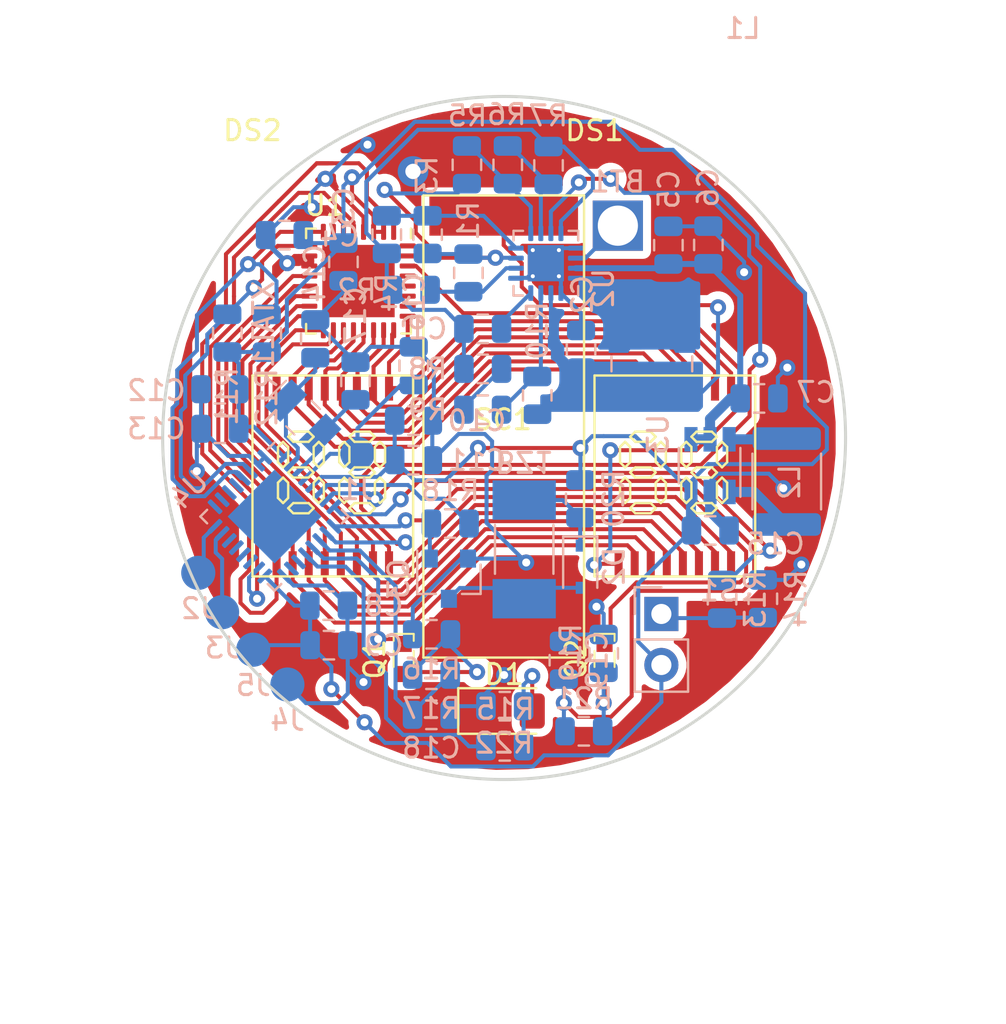
<source format=kicad_pcb>
(kicad_pcb (version 20171130) (host pcbnew 5.1.6)
  (title_block (title "Solar Watch Layout"))
  (layers (0 F.Cu signal) (31 B.Cu signal) (34 B.Paste user hide) (35 F.Paste user hide) (36 B.SilkS user) (37 F.SilkS user) (38 B.Mask user hide) (39 F.Mask user hide) (44 Edge.Cuts user))
  (net 0 "")
  (net 1 VDD)
  (net 2 GND)
  (net 3 /RST)
  (net 4 /LOAD)
  (net 5 "Net-(C14-Pad1)")
  (net 6 /SWCLK)
  (net 7 /SWDIO)
  (net 8 "Net-(L1-Pad2)")
  (net 9 "Net-(L2-Pad2)")
  (net 10 /BUTTON)
  (net 11 /VBAT_OV)
  (net 12 /VBAT_UV)
  (net 13 /OK_HYST)
  (net 14 /OK_PROG)
  (net 15 /VBAT_OK)
  (net 16 "Net-(L2-Pad1)")
  (net 17 /SDA)
  (net 18 /SCL)
  (net 19 "Net-(U4-Pad15)")
  (net 20 "Net-(U4-Pad22)")
  (net 21 "Net-(U4-Pad25)")
  (net 22 "Net-(U4-Pad26)")
  (net 23 "Net-(U4-Pad27)")
  (net 24 "Net-(U4-Pad28)")
  (net 25 /2A)
  (net 26 /2B)
  (net 27 /2C)
  (net 28 /2D)
  (net 29 /2E)
  (net 30 /2F)
  (net 31 /2G)
  (net 32 /COM1)
  (net 33 /1F)
  (net 34 /1E)
  (net 35 /1D)
  (net 36 /1C)
  (net 37 /1B)
  (net 38 /1A)
  (net 39 /COM2)
  (net 40 /RESET)
  (net 41 "Net-(U4-Pad14)")
  (net 42 "Net-(U4-Pad19)")
  (net 43 "Net-(U4-Pad21)")
  (net 44 "Net-(BZ1-Pad1)")
  (net 45 "Net-(BZ1-Pad2)")
  (net 46 "Net-(C1-Pad1)")
  (net 47 "Net-(C2-Pad1)")
  (net 48 "Net-(C17-Pad1)")
  (net 49 /LIGHT_L)
  (net 50 /LIGHT_R)
  (net 51 "Net-(D1-Pad2)")
  (net 52 "Net-(DS1-Pad9)")
  (net 53 "Net-(DS2-Pad9)")
  (net 54 /VLIGHT_L)
  (net 55 "Net-(Q1-Pad2)")
  (net 56 "Net-(Q2-Pad2)")
  (net 57 /VLIGHT_R)
  (net 58 "Net-(Q3-Pad1)")
  (net 59 "Net-(R1-Pad1)")
  (net 60 "Net-(R8-Pad1)")
  (net 61 "Net-(R10-Pad2)")
  (net 62 "Net-(R13-Pad1)")
  (net 63 /LIGHT)
  (net 64 /BUZZER)
  (net 65 "Net-(U1-Pad7)")
  (net 66 "Net-(U1-Pad26)")
  (net 67 "Net-(U1-Pad27)")
  (net 68 "Net-(U1-Pad28)")
  (net 69 "Net-(U1-Pad29)")
  (net 70 "Net-(U4-Pad20)")
  (net 71 "Net-(BT1-PadPos)")
  (net 72 /1G)
  (net 73 "Net-(U1-Pad32)")
  (net 74 "Net-(U1-Pad31)")
  (module Package_DFN_QFN:QFN-32-1EP_5x5mm_P0.5mm_EP3.6x3.6mm (layer F.Cu) (at 132.75 92.19 270)
    (fp_text reference U1 (at -3.76088 1.674106) (layer F.SilkS))
    (fp_text value Display-Driver_PCA8561ANH)
    (pad 1 smd roundrect (at -2.45 -1.75 270) (size 0.8 0.25) (layers F.Cu F.Paste F.Mask) (net 39 /COM2))
    (pad 2 smd roundrect (at -2.45 -1.25 270) (size 0.8 0.25) (layers F.Cu F.Paste F.Mask) (net 1 VDD))
    (pad 3 smd roundrect (at -2.45 -0.75 270) (size 0.8 0.25) (layers F.Cu F.Paste F.Mask) (net 1 VDD))
    (pad 4 smd roundrect (at -2.45 -0.25 270) (size 0.8 0.25) (layers F.Cu F.Paste F.Mask) (net 2 GND))
    (pad 5 smd roundrect (at -2.45 0.25 270) (size 0.8 0.25) (layers F.Cu F.Paste F.Mask) (net 40 /RESET))
    (pad 6 smd roundrect (at -2.45 0.75 270) (size 0.8 0.25) (layers F.Cu F.Paste F.Mask) (net 2 GND))
    (pad 7 smd roundrect (at -2.45 1.25 270) (size 0.8 0.25) (layers F.Cu F.Paste F.Mask) (net 65 "Net-(U1-Pad7)"))
    (pad 8 smd roundrect (at -2.45 1.75 270) (size 0.8 0.25) (layers F.Cu F.Paste F.Mask) (net 18 /SCL))
    (pad 9 smd roundrect (at -1.75 2.45 270) (size 0.25 0.8) (layers F.Cu F.Paste F.Mask) (net 17 /SDA))
    (pad 10 smd roundrect (at -1.25 2.45 270) (size 0.25 0.8) (layers F.Cu F.Paste F.Mask) (net 2 GND))
    (pad 11 smd roundrect (at -0.75 2.45 270) (size 0.25 0.8) (layers F.Cu F.Paste F.Mask) (net 2 GND))
    (pad 12 smd roundrect (at -0.25 2.45 270) (size 0.25 0.8) (layers F.Cu F.Paste F.Mask) (net 72 /1G))
    (pad 13 smd roundrect (at 0.25 2.45 270) (size 0.25 0.8) (layers F.Cu F.Paste F.Mask) (net 33 /1F))
    (pad 14 smd roundrect (at 0.75 2.45 270) (size 0.25 0.8) (layers F.Cu F.Paste F.Mask) (net 34 /1E))
    (pad 15 smd roundrect (at 1.25 2.45 270) (size 0.25 0.8) (layers F.Cu F.Paste F.Mask) (net 35 /1D))
    (pad 16 smd roundrect (at 1.75 2.45 270) (size 0.25 0.8) (layers F.Cu F.Paste F.Mask) (net 36 /1C))
    (pad 17 smd roundrect (at 2.45 1.75 270) (size 0.8 0.25) (layers F.Cu F.Paste F.Mask) (net 37 /1B))
    (pad 18 smd roundrect (at 2.45 1.25 270) (size 0.8 0.25) (layers F.Cu F.Paste F.Mask) (net 38 /1A))
    (pad 19 smd roundrect (at 2.45 0.75 270) (size 0.8 0.25) (layers F.Cu F.Paste F.Mask) (net 25 /2A))
    (pad 20 smd roundrect (at 2.45 0.25 270) (size 0.8 0.25) (layers F.Cu F.Paste F.Mask) (net 26 /2B))
    (pad 21 smd roundrect (at 2.45 -0.25 270) (size 0.8 0.25) (layers F.Cu F.Paste F.Mask) (net 27 /2C))
    (pad 22 smd roundrect (at 2.45 -0.75 270) (size 0.8 0.25) (layers F.Cu F.Paste F.Mask) (net 28 /2D))
    (pad 23 smd roundrect (at 2.45 -1.25 270) (size 0.8 0.25) (layers F.Cu F.Paste F.Mask) (net 29 /2E))
    (pad 24 smd roundrect (at 2.45 -1.75 270) (size 0.8 0.25) (layers F.Cu F.Paste F.Mask) (net 30 /2F))
    (pad 25 smd roundrect (at 1.75 -2.45 270) (size 0.25 0.8) (layers F.Cu F.Paste F.Mask) (net 31 /2G))
    (pad 26 smd roundrect (at 1.25 -2.45 270) (size 0.25 0.8) (layers F.Cu F.Paste F.Mask) (net 66 "Net-(U1-Pad26)"))
    (pad 27 smd roundrect (at 0.75 -2.45 270) (size 0.25 0.8) (layers F.Cu F.Paste F.Mask) (net 67 "Net-(U1-Pad27)"))
    (pad 28 smd roundrect (at 0.25 -2.45 270) (size 0.25 0.8) (layers F.Cu F.Paste F.Mask) (net 68 "Net-(U1-Pad28)"))
    (pad 29 smd roundrect (at -0.25 -2.45 270) (size 0.25 0.8) (layers F.Cu F.Paste F.Mask) (net 69 "Net-(U1-Pad29)"))
    (pad 30 smd roundrect (at -0.75 -2.45 270) (size 0.25 0.8) (layers F.Cu F.Paste F.Mask) (net 32 /COM1))
    (pad 31 smd roundrect (at -1.25 -2.45 270) (size 0.25 0.8) (layers F.Cu F.Paste F.Mask) (net 74 "Net-(U1-Pad31)"))
    (pad 32 smd roundrect (at -1.75 -2.45 270) (size 0.25 0.8) (layers F.Cu F.Paste F.Mask) (net 73 "Net-(U1-Pad32)"))
    (pad 33 smd rect (at 0 0 270) (size 3.6 3.6) (layers F.Cu F.Mask))
  )
  (module luke-footprints:LCD_OD-204 (layer F.Cu) (at 127.47 96.89)
    (fp_text reference DS2 (at 0 -12.192) (layer F.SilkS))
    (fp_text value LCD_OD-204)
    (pad 9 smd rect (at 1.2 0.625) (size 0.4 1.25) (layers F.Cu F.Paste F.Mask) (net 53 "Net-(DS2-Pad9)"))
    (pad 10 smd rect (at 2 0.625) (size 0.4 1.25) (layers F.Cu F.Paste F.Mask) (net 25 /2A))
    (pad 11 smd rect (at 2.8 0.625) (size 0.4 1.25) (layers F.Cu F.Paste F.Mask) (net 26 /2B))
    (pad 12 smd rect (at 3.6 0.625) (size 0.4 1.25) (layers F.Cu F.Paste F.Mask) (net 27 /2C))
    (pad 13 smd rect (at 4.4 0.625) (size 0.4 1.25) (layers F.Cu F.Paste F.Mask) (net 28 /2D))
    (pad 14 smd rect (at 5.2 0.625) (size 0.4 1.25) (layers F.Cu F.Paste F.Mask) (net 29 /2E))
    (pad 15 smd rect (at 6 0.625) (size 0.4 1.25) (layers F.Cu F.Paste F.Mask) (net 30 /2F))
    (pad 16 smd rect (at 6.8 0.625) (size 0.4 1.25) (layers F.Cu F.Paste F.Mask) (net 31 /2G))
    (pad 1 smd rect (at 1.2 9.375) (size 0.4 1.25) (layers F.Cu F.Paste F.Mask) (net 39 /COM2))
    (pad 2 smd rect (at 2 9.375) (size 0.4 1.25) (layers F.Cu F.Paste F.Mask) (net 72 /1G))
    (pad 3 smd rect (at 2.8 9.375) (size 0.4 1.25) (layers F.Cu F.Paste F.Mask) (net 33 /1F))
    (pad 4 smd rect (at 3.6 9.375) (size 0.4 1.25) (layers F.Cu F.Paste F.Mask) (net 34 /1E))
    (pad 5 smd rect (at 4.4 9.375) (size 0.4 1.25) (layers F.Cu F.Paste F.Mask) (net 35 /1D))
    (pad 6 smd rect (at 5.2 9.375) (size 0.4 1.25) (layers F.Cu F.Paste F.Mask) (net 36 /1C))
    (pad 7 smd rect (at 6 9.375) (size 0.4 1.25) (layers F.Cu F.Paste F.Mask) (net 37 /1B))
    (pad 8 smd rect (at 6.8 9.375) (size 0.4 1.25) (layers F.Cu F.Paste F.Mask) (net 38 /1A))
  )
  (module luke-footprints:Solar-Cells_KXOB25 (layer F.Cu) (at 139.98 99.43 270)
    (fp_text reference SC1 (at -0.34544 0.05044 180) (layer F.SilkS))
    (fp_text value Solar-Cells_KXOB25-05X3F)
    (pad 1 smd rect (at -10.5 0 270) (size 2 7.4) (layers F.Cu F.Paste F.Mask) (net 47 "Net-(C2-Pad1)"))
    (pad 2 smd rect (at 10.5 0 270) (size 2 7.4) (layers F.Cu F.Paste F.Mask) (net 2 GND))
  )
  (module luke-footprints:LCD_OD-204 (layer F.Cu) (at 144.5 96.89)
    (fp_text reference DS1 (at 0 -12.192) (layer F.SilkS))
    (fp_text value LCD_OD-204)
    (pad 8 smd rect (at 6.8 9.375) (size 0.4 1.25) (layers F.Cu F.Paste F.Mask) (net 38 /1A))
    (pad 7 smd rect (at 6 9.375) (size 0.4 1.25) (layers F.Cu F.Paste F.Mask) (net 37 /1B))
    (pad 6 smd rect (at 5.2 9.375) (size 0.4 1.25) (layers F.Cu F.Paste F.Mask) (net 36 /1C))
    (pad 5 smd rect (at 4.4 9.375) (size 0.4 1.25) (layers F.Cu F.Paste F.Mask) (net 35 /1D))
    (pad 4 smd rect (at 3.6 9.375) (size 0.4 1.25) (layers F.Cu F.Paste F.Mask) (net 34 /1E))
    (pad 3 smd rect (at 2.8 9.375) (size 0.4 1.25) (layers F.Cu F.Paste F.Mask) (net 33 /1F))
    (pad 2 smd rect (at 2 9.375) (size 0.4 1.25) (layers F.Cu F.Paste F.Mask) (net 72 /1G))
    (pad 1 smd rect (at 1.2 9.375) (size 0.4 1.25) (layers F.Cu F.Paste F.Mask) (net 32 /COM1))
    (pad 16 smd rect (at 6.8 0.625) (size 0.4 1.25) (layers F.Cu F.Paste F.Mask) (net 31 /2G))
    (pad 15 smd rect (at 6 0.625) (size 0.4 1.25) (layers F.Cu F.Paste F.Mask) (net 30 /2F))
    (pad 14 smd rect (at 5.2 0.625) (size 0.4 1.25) (layers F.Cu F.Paste F.Mask) (net 29 /2E))
    (pad 13 smd rect (at 4.4 0.625) (size 0.4 1.25) (layers F.Cu F.Paste F.Mask) (net 28 /2D))
    (pad 12 smd rect (at 3.6 0.625) (size 0.4 1.25) (layers F.Cu F.Paste F.Mask) (net 27 /2C))
    (pad 11 smd rect (at 2.8 0.625) (size 0.4 1.25) (layers F.Cu F.Paste F.Mask) (net 26 /2B))
    (pad 10 smd rect (at 2 0.625) (size 0.4 1.25) (layers F.Cu F.Paste F.Mask) (net 25 /2A))
    (pad 9 smd rect (at 1.2 0.625) (size 0.4 1.25) (layers F.Cu F.Paste F.Mask) (net 52 "Net-(DS1-Pad9)"))
  )
  (module Resistor_SMD:R_0805_2012Metric (layer B.Cu) (at 140.02996 115.35)
    (fp_text reference R15 (at 0.03048 -1.85698 180) (layer B.SilkS) (effects (justify mirror)))
    (fp_text value R_1.5K)
    (pad 2 smd roundrect (at 0.9375 0) (size 0.975 1.4) (layers B.Cu B.Paste B.Mask) (net 51 "Net-(D1-Pad2)"))
    (pad 1 smd roundrect (at -0.9375 0) (size 0.975 1.4) (layers B.Cu B.Paste B.Mask) (net 63 /LIGHT))
  )
  (module Resistor_SMD:R_0805_2012Metric (layer B.Cu) (at 140.0325 113.35 180)
    (fp_text reference R22 (at 0.03786 -1.83388 180) (layer B.SilkS) (effects (justify mirror)))
    (fp_text value R_2.3K)
    (pad 1 smd roundrect (at -0.9375 0 180) (size 0.975 1.4) (layers B.Cu B.Paste B.Mask) (net 51 "Net-(D1-Pad2)"))
    (pad 2 smd roundrect (at 0.9375 0 180) (size 0.975 1.4) (layers B.Cu B.Paste B.Mask) (net 2 GND))
  )
  (module Package_TO_SOT_SMD:TSOT-23-6 (layer B.Cu) (at 150.25366 101.37712 90)
    (fp_text reference U3 (at 1.56372 -2.58298 270) (layer B.SilkS) (effects (justify mirror)))
    (fp_text value Regulator_LTC3531-3)
    (pad 1 smd rect (at -1.31 0.95 90) (size 1.22 0.65) (layers B.Cu B.Paste B.Mask) (net 9 "Net-(L2-Pad2)"))
    (pad 2 smd rect (at -1.31 0 90) (size 1.22 0.65) (layers B.Cu B.Paste B.Mask) (net 2 GND))
    (pad 3 smd rect (at -1.31 -0.95 90) (size 1.22 0.65) (layers B.Cu B.Paste B.Mask) (net 1 VDD))
    (pad 4 smd rect (at 1.31 -0.95 90) (size 1.22 0.65) (layers B.Cu B.Paste B.Mask) (net 4 /LOAD))
    (pad 5 smd rect (at 1.31 0 90) (size 1.22 0.65) (layers B.Cu B.Paste B.Mask) (net 4 /LOAD))
    (pad 6 smd rect (at 1.31 0.95 90) (size 1.22 0.65) (layers B.Cu B.Paste B.Mask) (net 16 "Net-(L2-Pad1)"))
  )
  (module Capacitor_SMD:C_0805_2012Metric (layer B.Cu) (at 150.2641 104.60482)
    (fp_text reference C15 (at 3.2489 0.66548) (layer B.SilkS) (effects (justify mirror)))
    (fp_text value C_10uF)
    (pad 1 smd roundrect (at -0.9375 0) (size 0.975 1.4) (layers B.Cu B.Paste B.Mask) (net 1 VDD))
    (pad 2 smd roundrect (at 0.9375 0) (size 0.975 1.4) (layers B.Cu B.Paste B.Mask) (net 2 GND))
  )
  (module Capacitor_SMD:C_0805_2012Metric (layer B.Cu) (at 152.6944 98.0313)
    (fp_text reference C7 (at 2.83714 -0.30198) (layer B.SilkS) (effects (justify mirror)))
    (fp_text value C_2.2uF)
    (pad 2 smd roundrect (at 0.9375 0) (size 0.975 1.4) (layers B.Cu B.Paste B.Mask) (net 2 GND))
    (pad 1 smd roundrect (at -0.9375 0) (size 0.975 1.4) (layers B.Cu B.Paste B.Mask) (net 4 /LOAD))
  )
  (module Inductor_SMD:L_1812_4532Metric (layer B.Cu) (at 154.07132 102.1676 270)
    (fp_text reference L2 (at 0.0294 -0.14498 270) (layer B.SilkS) (effects (justify mirror)))
    (fp_text value L_10uH)
    (pad 1 smd roundrect (at -2.1375 0 270) (size 1.125 3.4) (layers B.Cu B.Paste B.Mask) (roundrect_rratio 0.222222) (net 16 "Net-(L2-Pad1)"))
    (pad 2 smd roundrect (at 2.1375 0 270) (size 1.125 3.4) (layers B.Cu B.Paste B.Mask) (roundrect_rratio 0.222222) (net 9 "Net-(L2-Pad2)"))
  )
  (module Capacitor_SMD:C_0805_2012Metric (layer B.Cu) (at 138.93556 94.56706 180)
    (fp_text reference C1 (at 2.7455 0) (layer B.SilkS) (effects (justify mirror)))
    (fp_text value C_0.01uF)
    (pad 1 smd roundrect (at -0.9375 0 180) (size 0.975 1.4) (layers B.Cu B.Paste B.Mask) (net 46 "Net-(C1-Pad1)"))
    (pad 2 smd roundrect (at 0.9375 0 180) (size 0.975 1.4) (layers B.Cu B.Paste B.Mask) (net 2 GND))
  )
  (module Capacitor_SMD:C_0805_2012Metric (layer B.Cu) (at 143.83004 95.58552 90)
    (fp_text reference C2 (at 2.7155 0.0635 270) (layer B.SilkS) (effects (justify mirror)))
    (fp_text value C_4.7uF)
    (pad 2 smd roundrect (at 0.9375 0 90) (size 0.975 1.4) (layers B.Cu B.Paste B.Mask) (net 2 GND))
    (pad 1 smd roundrect (at -0.9375 0 90) (size 0.975 1.4) (layers B.Cu B.Paste B.Mask) (net 47 "Net-(C2-Pad1)"))
  )
  (module Capacitor_SMD:C_0805_2012Metric (layer B.Cu) (at 132 91.2375 270)
    (fp_text reference C3 (at -2.7455 -0.0254 90) (layer B.SilkS) (effects (justify mirror)))
    (fp_text value C_0.1uF)
    (pad 1 smd roundrect (at -0.9375 0 270) (size 0.975 1.4) (layers B.Cu B.Paste B.Mask) (net 1 VDD))
    (pad 2 smd roundrect (at 0.9375 0 270) (size 0.975 1.4) (layers B.Cu B.Paste B.Mask) (net 2 GND))
  )
  (module Capacitor_SMD:C_0805_2012Metric (layer B.Cu) (at 129.0625 89.9 180)
    (fp_text reference C4 (at -2.7455 -0.0508) (layer B.SilkS) (effects (justify mirror)))
    (fp_text value C_0.1uF)
    (pad 2 smd roundrect (at 0.9375 0 180) (size 0.975 1.4) (layers B.Cu B.Paste B.Mask) (net 2 GND))
    (pad 1 smd roundrect (at -0.9375 0 180) (size 0.975 1.4) (layers B.Cu B.Paste B.Mask) (net 1 VDD))
  )
  (module Capacitor_SMD:C_0805_2012Metric (layer B.Cu) (at 148.18 90.4025 90)
    (fp_text reference C5 (at 2.77364 0.0256 270) (layer B.SilkS) (effects (justify mirror)))
    (fp_text value C_4.7uF)
    (pad 1 smd roundrect (at -0.9375 0 90) (size 0.975 1.4) (layers B.Cu B.Paste B.Mask) (net 4 /LOAD))
    (pad 2 smd roundrect (at 0.9375 0 90) (size 0.975 1.4) (layers B.Cu B.Paste B.Mask) (net 2 GND))
  )
  (module Capacitor_SMD:C_0805_2012Metric (layer B.Cu) (at 150.17 90.3925 90)
    (fp_text reference C6 (at 2.84984 -0.00996 270) (layer B.SilkS) (effects (justify mirror)))
    (fp_text value C_0.1uF)
    (pad 2 smd roundrect (at 0.9375 0 90) (size 0.975 1.4) (layers B.Cu B.Paste B.Mask) (net 2 GND))
    (pad 1 smd roundrect (at -0.9375 0 90) (size 0.975 1.4) (layers B.Cu B.Paste B.Mask) (net 4 /LOAD))
  )
  (module Capacitor_SMD:C_0805_2012Metric (layer B.Cu) (at 131.26256 108.34398 180)
    (fp_text reference C8 (at -2.7455 0 180) (layer B.SilkS) (effects (justify mirror)))
    (fp_text value C_0.1uF)
    (pad 1 smd roundrect (at -0.9375 0 180) (size 0.975 1.4) (layers B.Cu B.Paste B.Mask) (net 2 GND))
    (pad 2 smd roundrect (at 0.9375 0 180) (size 0.975 1.4) (layers B.Cu B.Paste B.Mask) (net 1 VDD))
  )
  (module Capacitor_SMD:C_0805_2012Metric (layer B.Cu) (at 131.27756 110.31248 180)
    (fp_text reference C9 (at -2.7305 -0.015) (layer B.SilkS) (effects (justify mirror)))
    (fp_text value C_1uF)
    (pad 1 smd roundrect (at -0.9375 0 180) (size 0.975 1.4) (layers B.Cu B.Paste B.Mask) (net 2 GND))
    (pad 2 smd roundrect (at 0.9375 0 180) (size 0.975 1.4) (layers B.Cu B.Paste B.Mask) (net 1 VDD))
  )
  (module Capacitor_SMD:C_0805_2012Metric (layer B.Cu) (at 135.4885 99.13886 180)
    (fp_text reference C10 (at -3.16 0) (layer B.SilkS) (effects (justify mirror)))
    (fp_text value C_0.1uF)
    (pad 1 smd roundrect (at -0.9375 0 180) (size 0.975 1.4) (layers B.Cu B.Paste B.Mask) (net 2 GND))
    (pad 2 smd roundrect (at 0.9375 0 180) (size 0.975 1.4) (layers B.Cu B.Paste B.Mask) (net 1 VDD))
  )
  (module Capacitor_SMD:C_0805_2012Metric (layer B.Cu) (at 135.4885 101.10736 180)
    (fp_text reference C11 (at -3.16 0) (layer B.SilkS) (effects (justify mirror)))
    (fp_text value C_1uF)
    (pad 1 smd roundrect (at -0.9375 0 180) (size 0.975 1.4) (layers B.Cu B.Paste B.Mask) (net 2 GND))
    (pad 2 smd roundrect (at 0.9375 0 180) (size 0.975 1.4) (layers B.Cu B.Paste B.Mask) (net 1 VDD))
  )
  (module Capacitor_SMD:C_0805_2012Metric (layer B.Cu) (at 125.84728 97.57278)
    (fp_text reference C12 (at -3.16 0.0635 180) (layer B.SilkS) (effects (justify mirror)))
    (fp_text value C_0.1uF)
    (pad 2 smd roundrect (at 0.9375 0) (size 0.975 1.4) (layers B.Cu B.Paste B.Mask) (net 1 VDD))
    (pad 1 smd roundrect (at -0.9375 0) (size 0.975 1.4) (layers B.Cu B.Paste B.Mask) (net 2 GND))
  )
  (module Capacitor_SMD:C_0805_2012Metric (layer B.Cu) (at 125.84728 99.54128)
    (fp_text reference C13 (at -3.16 0 180) (layer B.SilkS) (effects (justify mirror)))
    (fp_text value C_10uF)
    (pad 1 smd roundrect (at -0.9375 0) (size 0.975 1.4) (layers B.Cu B.Paste B.Mask) (net 2 GND))
    (pad 2 smd roundrect (at 0.9375 0) (size 0.975 1.4) (layers B.Cu B.Paste B.Mask) (net 1 VDD))
  )
  (module Capacitor_SMD:C_0805_2012Metric (layer B.Cu) (at 130.6 95.0625 90)
    (fp_text reference C14 (at 3.2535 -0.0254 90) (layer B.SilkS) (effects (justify mirror)))
    (fp_text value C_20pF)
    (pad 2 smd roundrect (at 0.9375 0 90) (size 0.975 1.4) (layers B.Cu B.Paste B.Mask) (net 2 GND))
    (pad 1 smd roundrect (at -0.9375 0 90) (size 0.975 1.4) (layers B.Cu B.Paste B.Mask) (net 5 "Net-(C14-Pad1)"))
  )
  (module Capacitor_SMD:C_0805_2012Metric (layer B.Cu) (at 135.5 96.4 90)
    (fp_text reference C16 (at 3.1496 0.0254 90) (layer B.SilkS) (effects (justify mirror)))
    (fp_text value C_0.1uF)
    (pad 2 smd roundrect (at 0.9375 0 90) (size 0.975 1.4) (layers B.Cu B.Paste B.Mask) (net 2 GND))
    (pad 1 smd roundrect (at -0.9375 0 90) (size 0.975 1.4) (layers B.Cu B.Paste B.Mask) (net 3 /RST))
  )
  (module Capacitor_SMD:C_0805_2012Metric (layer B.Cu) (at 132.6 97.1625 90)
    (fp_text reference C17 (at 3.2489 0 90) (layer B.SilkS) (effects (justify mirror)))
    (fp_text value C_20pF)
    (pad 1 smd roundrect (at -0.9375 0 90) (size 0.975 1.4) (layers B.Cu B.Paste B.Mask) (net 48 "Net-(C17-Pad1)"))
    (pad 2 smd roundrect (at 0.9375 0 90) (size 0.975 1.4) (layers B.Cu B.Paste B.Mask) (net 2 GND))
  )
  (module Capacitor_SMD:C_0805_2012Metric (layer B.Cu) (at 136.3775 113.78)
    (fp_text reference C18 (at 0 1.65) (layer B.SilkS) (effects (justify mirror)))
    (fp_text value C_100uF)
    (pad 2 smd roundrect (at 0.9375 0) (size 0.975 1.4) (layers B.Cu B.Paste B.Mask) (net 2 GND))
    (pad 1 smd roundrect (at -0.9375 0) (size 0.975 1.4) (layers B.Cu B.Paste B.Mask) (net 49 /LIGHT_L))
  )
  (module Capacitor_SMD:C_0805_2012Metric (layer B.Cu) (at 142.97594 111.0625 90)
    (fp_text reference C19 (at 0 1.65 90) (layer B.SilkS) (effects (justify mirror)))
    (fp_text value C_100uF)
    (pad 2 smd roundrect (at 0.9375 0 90) (size 0.975 1.4) (layers B.Cu B.Paste B.Mask) (net 2 GND))
    (pad 1 smd roundrect (at -0.9375 0 90) (size 0.975 1.4) (layers B.Cu B.Paste B.Mask) (net 50 /LIGHT_R))
  )
  (module Diode_SMD:D_SOD-323 (layer B.Cu) (at 143.78912 106.40744 270)
    (fp_text reference D2 (at -0.0041 -1.6891 270) (layer B.SilkS) (effects (justify mirror)))
    (fp_text value D-Schotkey_BAT54HT1G)
    (pad 1 smd rect (at -1.05 0 270) (size 0.6 0.45) (layers B.Cu B.Paste B.Mask) (net 44 "Net-(BZ1-Pad1)"))
    (pad 2 smd rect (at 1.05 0 270) (size 0.6 0.45) (layers B.Cu B.Paste B.Mask) (net 45 "Net-(BZ1-Pad2)"))
  )
  (module Inductor_SMD:L_Wuerth_WE-TPC-3816 (layer B.Cu) (at 147.35536 96.31138)
    (fp_text reference L1 (at 4.52648 -16.70016 180) (layer B.SilkS) (effects (justify mirror)))
    (fp_text value L_22uH)
    (pad 1 smd custom (at 0 1.75) (size 0.7 0.7) (layers B.Cu B.Paste B.Mask) (net 47 "Net-(C2-Pad1)") (options (clearance outline) (anchor circle)) (primitives (gr_poly (pts (xy 1.064578 -1.003895) (xy 0.918917 -0.830439) (xy 0.745359 -0.684899) (xy 0.549174 -0.571693) (xy 0.336318 -0.494257) (xy 0.113252 -0.454942) (xy -0.113252 -0.454942) (xy -0.336318 -0.494257) (xy -0.549174 -0.571693) (xy -0.745359 -0.684899) (xy -0.918917 -0.830439) (xy -1.064578 -1.003895) (xy -1.177922 -1.2) (xy -2.15 -1.2) (xy -2.15 0.4) (xy 2.15 0.4) (xy 2.15 -1.2) (xy 1.177922 -1.2)) (width 0))))
    (pad 2 smd custom (at 0 -1.75) (size 0.7 0.7) (layers B.Cu B.Paste B.Mask) (net 8 "Net-(L1-Pad2)") (options (clearance outline) (anchor circle)) (primitives (gr_poly (pts (xy 2.15 -0.4) (xy -2.15 -0.4) (xy -2.15 1.2) (xy -1.177922 1.2) (xy -1.064578 1.003895) (xy -0.918917 0.830439) (xy -0.745359 0.684899) (xy -0.549174 0.571693) (xy -0.336318 0.494257) (xy -0.113252 0.454942) (xy 0.113252 0.454942) (xy 0.336318 0.494257) (xy 0.549174 0.571693) (xy 0.745359 0.684899) (xy 0.918917 0.830439) (xy 1.064578 1.003895) (xy 1.177922 1.2) (xy 2.15 1.2)) (width 0))))
  )
  (module Digikey-footprints:LED_2-SMD_No_Lead_1.7x0.8mm (layer F.Cu) (at 135 111 270)
    (fp_text reference Q1 (at 0.012 1.4478 90) (layer F.SilkS))
    (fp_text value Phototransistor_ALS-PT19-315C)
    (pad 1 smd rect (at -0.75 0 270) (size 0.8 0.8) (layers F.Cu F.Paste F.Mask) (net 54 /VLIGHT_L))
    (pad 2 smd rect (at 0.75 0 270) (size 0.8 0.8) (layers F.Cu F.Paste F.Mask) (net 55 "Net-(Q1-Pad2)"))
  )
  (module Digikey-footprints:LED_2-SMD_No_Lead_1.7x0.8mm (layer F.Cu) (at 145 111 270)
    (fp_text reference Q2 (at 0 1.4224 90) (layer F.SilkS))
    (fp_text value Phototransistor_ALS-PT19-315C)
    (pad 2 smd rect (at 0.75 0 270) (size 0.8 0.8) (layers F.Cu F.Paste F.Mask) (net 56 "Net-(Q2-Pad2)"))
    (pad 1 smd rect (at -0.75 0 270) (size 0.8 0.8) (layers F.Cu F.Paste F.Mask) (net 57 /VLIGHT_R))
  )
  (module Package_TO_SOT_SMD:SOT-23 (layer B.Cu) (at 137.25116 107.00354 270)
    (fp_text reference Q3 (at 0 2.5 270) (layer B.SilkS) (effects (justify mirror)))
    (fp_text value Transistor_MMBT3904-TP)
    (pad 1 smd rect (at -1 0.95 270) (size 0.9 0.8) (layers B.Cu B.Paste B.Mask) (net 58 "Net-(Q3-Pad1)"))
    (pad 2 smd rect (at -1 -0.95 270) (size 0.9 0.8) (layers B.Cu B.Paste B.Mask) (net 2 GND))
    (pad 3 smd rect (at 1 0 270) (size 0.9 0.8) (layers B.Cu B.Paste B.Mask) (net 45 "Net-(BZ1-Pad2)"))
  )
  (module Resistor_SMD:R_0805_2012Metric (layer B.Cu) (at 138.22186 91.78318 270)
    (fp_text reference R1 (at -2.59318 0 270) (layer B.SilkS) (effects (justify mirror)))
    (fp_text value R_3.74M)
    (pad 2 smd roundrect (at 0.9375 0 270) (size 0.975 1.4) (layers B.Cu B.Paste B.Mask) (net 11 /VBAT_OV))
    (pad 1 smd roundrect (at -0.9375 0 270) (size 0.975 1.4) (layers B.Cu B.Paste B.Mask) (net 59 "Net-(R1-Pad1)"))
  )
  (module Resistor_SMD:R_0805_2012Metric (layer B.Cu) (at 135.37936 92.62368 180)
    (fp_text reference R2 (at 2.7155 0) (layer B.SilkS) (effects (justify mirror)))
    (fp_text value R_6.19M)
    (pad 1 smd roundrect (at -0.9375 0 180) (size 0.975 1.4) (layers B.Cu B.Paste B.Mask) (net 11 /VBAT_OV))
    (pad 2 smd roundrect (at 0.9375 0 180) (size 0.975 1.4) (layers B.Cu B.Paste B.Mask) (net 2 GND))
  )
  (module Resistor_SMD:R_0805_2012Metric (layer B.Cu) (at 136.18986 89.87818 90)
    (fp_text reference R3 (at 2.94128 -0.02774 270) (layer B.SilkS) (effects (justify mirror)))
    (fp_text value R_4.22M)
    (pad 1 smd roundrect (at -0.9375 0 90) (size 0.975 1.4) (layers B.Cu B.Paste B.Mask) (net 59 "Net-(R1-Pad1)"))
    (pad 2 smd roundrect (at 0.9375 0 90) (size 0.975 1.4) (layers B.Cu B.Paste B.Mask) (net 12 /VBAT_UV))
  )
  (module Resistor_SMD:R_0805_2012Metric (layer B.Cu) (at 134.15786 89.87818 270)
    (fp_text reference R4 (at 2.89048 0.0129 270) (layer B.SilkS) (effects (justify mirror)))
    (fp_text value R_5.62M)
    (pad 2 smd roundrect (at 0.9375 0 270) (size 0.975 1.4) (layers B.Cu B.Paste B.Mask) (net 2 GND))
    (pad 1 smd roundrect (at -0.9375 0 270) (size 0.975 1.4) (layers B.Cu B.Paste B.Mask) (net 12 /VBAT_UV))
  )
  (module Resistor_SMD:R_0805_2012Metric (layer B.Cu) (at 138.14786 86.40314 90)
    (fp_text reference R5 (at 2.43836 0.02814 180) (layer B.SilkS) (effects (justify mirror)))
    (fp_text value R_806K)
    (pad 2 smd roundrect (at 0.9375 0 90) (size 0.975 1.4) (layers B.Cu B.Paste B.Mask) (net 13 /OK_HYST))
    (pad 1 smd roundrect (at -0.9375 0 90) (size 0.975 1.4) (layers B.Cu B.Paste B.Mask) (net 59 "Net-(R1-Pad1)"))
  )
  (module Resistor_SMD:R_0805_2012Metric (layer B.Cu) (at 140.17986 86.40314 90)
    (fp_text reference R6 (at 2.5044 -0.04806 180) (layer B.SilkS) (effects (justify mirror)))
    (fp_text value R_4.22M)
    (pad 1 smd roundrect (at -0.9375 0 90) (size 0.975 1.4) (layers B.Cu B.Paste B.Mask) (net 13 /OK_HYST))
    (pad 2 smd roundrect (at 0.9375 0 90) (size 0.975 1.4) (layers B.Cu B.Paste B.Mask) (net 14 /OK_PROG))
  )
  (module Resistor_SMD:R_0805_2012Metric (layer B.Cu) (at 142.21186 86.43314 90)
    (fp_text reference R7 (at 2.46836 -0.0125 180) (layer B.SilkS) (effects (justify mirror)))
    (fp_text value R_5.11M)
    (pad 2 smd roundrect (at 0.9375 0 90) (size 0.975 1.4) (layers B.Cu B.Paste B.Mask) (net 2 GND))
    (pad 1 smd roundrect (at -0.9375 0 90) (size 0.975 1.4) (layers B.Cu B.Paste B.Mask) (net 14 /OK_PROG))
  )
  (module Resistor_SMD:R_0805_2012Metric (layer B.Cu) (at 138.93536 96.56068 180)
    (fp_text reference R8 (at 2.7455 0) (layer B.SilkS) (effects (justify mirror)))
    (fp_text value R_6.04M)
    (pad 1 smd roundrect (at -0.9375 0 180) (size 0.975 1.4) (layers B.Cu B.Paste B.Mask) (net 60 "Net-(R8-Pad1)"))
    (pad 2 smd roundrect (at 0.9375 0 180) (size 0.975 1.4) (layers B.Cu B.Paste B.Mask) (net 2 GND))
  )
  (module Resistor_SMD:R_0805_2012Metric (layer B.Cu) (at 138.93536 98.59268 180)
    (fp_text reference R9 (at 2.7455 0) (layer B.SilkS) (effects (justify mirror)))
    (fp_text value R_10M)
    (pad 2 smd roundrect (at 0.9375 0 180) (size 0.975 1.4) (layers B.Cu B.Paste B.Mask) (net 60 "Net-(R8-Pad1)"))
    (pad 1 smd roundrect (at -0.9375 0 180) (size 0.975 1.4) (layers B.Cu B.Paste B.Mask) (net 61 "Net-(R10-Pad2)"))
  )
  (module Resistor_SMD:R_0805_2012Metric (layer B.Cu) (at 141.65086 97.87918 90)
    (fp_text reference R10 (at 3.2235 0 270) (layer B.SilkS) (effects (justify mirror)))
    (fp_text value R_3.83M)
    (pad 2 smd roundrect (at 0.9375 0 90) (size 0.975 1.4) (layers B.Cu B.Paste B.Mask) (net 61 "Net-(R10-Pad2)"))
    (pad 1 smd roundrect (at -0.9375 0 90) (size 0.975 1.4) (layers B.Cu B.Paste B.Mask) (net 47 "Net-(C2-Pad1)"))
  )
  (module Resistor_SMD:R_0805_2012Metric (layer B.Cu) (at 126.21926 94.78218 90)
    (fp_text reference R11 (at -3.1473 0 270) (layer B.SilkS) (effects (justify mirror)))
    (fp_text value R_4.7K)
    (pad 1 smd roundrect (at -0.9375 0 90) (size 0.975 1.4) (layers B.Cu B.Paste B.Mask) (net 1 VDD))
    (pad 2 smd roundrect (at 0.9375 0 90) (size 0.975 1.4) (layers B.Cu B.Paste B.Mask) (net 17 /SDA))
  )
  (module Resistor_SMD:R_0805_2012Metric (layer B.Cu) (at 128.18268 94.78932 90)
    (fp_text reference R12 (at -3.1981 0 270) (layer B.SilkS) (effects (justify mirror)))
    (fp_text value R_4.7K)
    (pad 1 smd roundrect (at -0.9375 0 90) (size 0.975 1.4) (layers B.Cu B.Paste B.Mask) (net 1 VDD))
    (pad 2 smd roundrect (at 0.9375 0 90) (size 0.975 1.4) (layers B.Cu B.Paste B.Mask) (net 18 /SCL))
  )
  (module Resistor_SMD:R_0805_2012Metric (layer B.Cu) (at 150.8506 108.0285 90)
    (fp_text reference R13 (at 0 1.65 270) (layer B.SilkS) (effects (justify mirror)))
    (fp_text value R_604)
    (pad 1 smd roundrect (at -0.9375 0 90) (size 0.975 1.4) (layers B.Cu B.Paste B.Mask) (net 62 "Net-(R13-Pad1)"))
    (pad 2 smd roundrect (at 0.9375 0 90) (size 0.975 1.4) (layers B.Cu B.Paste B.Mask) (net 10 /BUTTON))
  )
  (module Resistor_SMD:R_0805_2012Metric (layer B.Cu) (at 152.8826 108.0031 90)
    (fp_text reference R14 (at 0 1.65 90) (layer B.SilkS) (effects (justify mirror)))
    (fp_text value R_10K)
    (pad 2 smd roundrect (at 0.9375 0 90) (size 0.975 1.4) (layers B.Cu B.Paste B.Mask) (net 2 GND))
    (pad 1 smd roundrect (at -0.9375 0 90) (size 0.975 1.4) (layers B.Cu B.Paste B.Mask) (net 62 "Net-(R13-Pad1)"))
  )
  (module Resistor_SMD:R_0805_2012Metric (layer B.Cu) (at 136.38866 109.77 180)
    (fp_text reference R16 (at 0 -1.7272) (layer B.SilkS) (effects (justify mirror)))
    (fp_text value R_4.87K)
    (pad 1 smd roundrect (at -0.9375 0 180) (size 0.975 1.4) (layers B.Cu B.Paste B.Mask) (net 55 "Net-(Q1-Pad2)"))
    (pad 2 smd roundrect (at 0.9375 0 180) (size 0.975 1.4) (layers B.Cu B.Paste B.Mask) (net 2 GND))
  )
  (module Resistor_SMD:R_0805_2012Metric (layer B.Cu) (at 136.3785 111.78418 180)
    (fp_text reference R17 (at -0.0023 -1.6764) (layer B.SilkS) (effects (justify mirror)))
    (fp_text value R_160)
    (pad 2 smd roundrect (at 0.9375 0 180) (size 0.975 1.4) (layers B.Cu B.Paste B.Mask) (net 55 "Net-(Q1-Pad2)"))
    (pad 1 smd roundrect (at -0.9375 0 180) (size 0.975 1.4) (layers B.Cu B.Paste B.Mask) (net 49 /LIGHT_L))
  )
  (module Resistor_SMD:R_0805_2012Metric (layer B.Cu) (at 137.31696 104.25704)
    (fp_text reference R18 (at 0 -1.6383) (layer B.SilkS) (effects (justify mirror)))
    (fp_text value R_10K)
    (pad 2 smd roundrect (at 0.9375 0) (size 0.975 1.4) (layers B.Cu B.Paste B.Mask) (net 64 /BUZZER))
    (pad 1 smd roundrect (at -0.9375 0) (size 0.975 1.4) (layers B.Cu B.Paste B.Mask) (net 58 "Net-(Q3-Pad1)"))
  )
  (module Resistor_SMD:R_0805_2012Metric (layer B.Cu) (at 144.9578 110.7209 90)
    (fp_text reference R19 (at 0.0381 -1.636 90) (layer B.SilkS) (effects (justify mirror)))
    (fp_text value R_4.87K)
    (pad 1 smd roundrect (at -0.9375 0 90) (size 0.975 1.4) (layers B.Cu B.Paste B.Mask) (net 56 "Net-(Q2-Pad2)"))
    (pad 2 smd roundrect (at 0.9375 0 90) (size 0.975 1.4) (layers B.Cu B.Paste B.Mask) (net 2 GND))
  )
  (module Resistor_SMD:R_0805_2012Metric (layer B.Cu) (at 143.78912 103.02744 270)
    (fp_text reference R20 (at -0.0023 -1.6637 270) (layer B.SilkS) (effects (justify mirror)))
    (fp_text value R_160)
    (pad 1 smd roundrect (at -0.9375 0 270) (size 0.975 1.4) (layers B.Cu B.Paste B.Mask) (net 1 VDD))
    (pad 2 smd roundrect (at 0.9375 0 270) (size 0.975 1.4) (layers B.Cu B.Paste B.Mask) (net 44 "Net-(BZ1-Pad1)"))
  )
  (module Resistor_SMD:R_0805_2012Metric (layer B.Cu) (at 143.9695 114.6)
    (fp_text reference R21 (at -0.0023 -1.6256) (layer B.SilkS) (effects (justify mirror)))
    (fp_text value R_160)
    (pad 2 smd roundrect (at 0.9375 0) (size 0.975 1.4) (layers B.Cu B.Paste B.Mask) (net 56 "Net-(Q2-Pad2)"))
    (pad 1 smd roundrect (at -0.9375 0) (size 0.975 1.4) (layers B.Cu B.Paste B.Mask) (net 50 /LIGHT_R))
  )
  (module Connector_PinSocket_2.54mm:PinSocket_1x02_P2.54mm_Vertical (layer B.Cu) (at 147.83 108.76 180)
    (fp_text reference S1 (at -2.8575 1.143) (layer B.SilkS) (effects (justify mirror)))
    (fp_text value Switch_1767)
    (pad 2 thru_hole oval (at 0 -2.54 180) (size 1.7 1.7) (drill 1) (layers *.Cu *.Mask) (net 1 VDD))
    (pad 1 thru_hole rect (at 0 0 180) (size 1.7 1.7) (drill 1) (layers *.Cu *.Mask) (net 62 "Net-(R13-Pad1)"))
  )
  (module Package_DFN_QFN:VQFN-16-1EP_3x3mm_P0.5mm_EP1.8x1.8mm_ThermalVias (layer B.Cu) (at 142.0779 91.3003 90)
    (fp_text reference U2 (at -1.25758 2.86532 270) (layer B.SilkS) (effects (justify mirror)))
    (fp_text value Regulator_BQ25504)
    (pad 1 smd roundrect (at -1.4875 0.75 90) (size 0.775 0.25) (layers B.Cu B.Paste B.Mask) (net 2 GND))
    (pad 2 smd roundrect (at -1.4875 0.25 90) (size 0.775 0.25) (layers B.Cu B.Paste B.Mask) (net 47 "Net-(C2-Pad1)"))
    (pad 3 smd roundrect (at -1.4875 -0.25 90) (size 0.775 0.25) (layers B.Cu B.Paste B.Mask) (net 61 "Net-(R10-Pad2)"))
    (pad 4 smd roundrect (at -1.4875 -0.75 90) (size 0.775 0.25) (layers B.Cu B.Paste B.Mask) (net 46 "Net-(C1-Pad1)"))
    (pad 5 smd roundrect (at -0.75 -1.4875 90) (size 0.25 0.775) (layers B.Cu B.Paste B.Mask) (net 2 GND))
    (pad 6 smd roundrect (at -0.25 -1.4875 90) (size 0.25 0.775) (layers B.Cu B.Paste B.Mask) (net 11 /VBAT_OV))
    (pad 7 smd roundrect (at 0.25 -1.4875 90) (size 0.25 0.775) (layers B.Cu B.Paste B.Mask) (net 59 "Net-(R1-Pad1)"))
    (pad 8 smd roundrect (at 0.75 -1.4875 90) (size 0.25 0.775) (layers B.Cu B.Paste B.Mask) (net 12 /VBAT_UV))
    (pad 9 smd roundrect (at 1.4875 -0.75 90) (size 0.775 0.25) (layers B.Cu B.Paste B.Mask) (net 13 /OK_HYST))
    (pad 10 smd roundrect (at 1.4875 -0.25 90) (size 0.775 0.25) (layers B.Cu B.Paste B.Mask) (net 14 /OK_PROG))
    (pad 11 smd roundrect (at 1.4875 0.25 90) (size 0.775 0.25) (layers B.Cu B.Paste B.Mask) (net 15 /VBAT_OK))
    (pad 12 smd roundrect (at 1.4875 0.75 90) (size 0.775 0.25) (layers B.Cu B.Paste B.Mask) (net 2 GND))
    (pad 13 smd roundrect (at 0.75 1.4875 90) (size 0.25 0.775) (layers B.Cu B.Paste B.Mask) (net 2 GND))
    (pad 14 smd roundrect (at 0.25 1.4875 90) (size 0.25 0.775) (layers B.Cu B.Paste B.Mask) (net 71 "Net-(BT1-PadPos)"))
    (pad 15 smd roundrect (at -0.25 1.4875 90) (size 0.25 0.775) (layers B.Cu B.Paste B.Mask) (net 4 /LOAD))
    (pad 16 smd roundrect (at -0.75 1.4875 90) (size 0.25 0.775) (layers B.Cu B.Paste B.Mask) (net 8 "Net-(L1-Pad2)"))
    (pad 17 smd rect (at 0 0 90) (size 1.8 1.8) (layers B.Cu B.Mask) (net 2 GND))
    (pad 17 thru_hole circle (at -0.65 0.65 90) (size 0.5 0.5) (drill 0.2) (layers *.Cu) (net 2 GND))
    (pad 17 thru_hole circle (at 0.65 0.65 90) (size 0.5 0.5) (drill 0.2) (layers *.Cu) (net 2 GND))
    (pad 17 thru_hole circle (at -0.65 -0.65 90) (size 0.5 0.5) (drill 0.2) (layers *.Cu) (net 2 GND))
    (pad 17 thru_hole circle (at 0.65 -0.65 90) (size 0.5 0.5) (drill 0.2) (layers *.Cu) (net 2 GND))
    (pad 17 smd rect (at 0 0 90) (size 1.8 1.8) (layers F.Cu) (net 2 GND))
  )
  (module Package_DFN_QFN:QFN-32-1EP_5x5mm_P0.5mm_EP3.3x3.3mm (layer B.Cu) (at 128.56738 103.91168 225)
    (fp_text reference U4 (at 2.083419 3.951313 225) (layer B.SilkS) (effects (justify mirror)))
    (fp_text value MCU_STM32L051K8Ux)
    (pad 1 smd roundrect (at -2.4375 1.75 225) (size 0.875 0.25) (layers B.Cu B.Paste B.Mask) (net 1 VDD))
    (pad 2 smd roundrect (at -2.4375 1.25 225) (size 0.875 0.25) (layers B.Cu B.Paste B.Mask) (net 5 "Net-(C14-Pad1)"))
    (pad 3 smd roundrect (at -2.4375 0.75 225) (size 0.875 0.25) (layers B.Cu B.Paste B.Mask) (net 48 "Net-(C17-Pad1)"))
    (pad 4 smd roundrect (at -2.4375 0.25 225) (size 0.875 0.25) (layers B.Cu B.Paste B.Mask) (net 3 /RST))
    (pad 5 smd roundrect (at -2.4375 -0.25 225) (size 0.875 0.25) (layers B.Cu B.Paste B.Mask) (net 1 VDD))
    (pad 6 smd roundrect (at -2.4375 -0.75 225) (size 0.875 0.25) (layers B.Cu B.Paste B.Mask) (net 64 /BUZZER))
    (pad 7 smd roundrect (at -2.4375 -1.25 225) (size 0.875 0.25) (layers B.Cu B.Paste B.Mask) (net 10 /BUTTON))
    (pad 8 smd roundrect (at -2.4375 -1.75 225) (size 0.875 0.25) (layers B.Cu B.Paste B.Mask) (net 50 /LIGHT_R))
    (pad 9 smd roundrect (at -1.75 -2.4375 225) (size 0.25 0.875) (layers B.Cu B.Paste B.Mask) (net 57 /VLIGHT_R))
    (pad 10 smd roundrect (at -1.25 -2.4375 225) (size 0.25 0.875) (layers B.Cu B.Paste B.Mask) (net 15 /VBAT_OK))
    (pad 11 smd roundrect (at -0.75 -2.4375 225) (size 0.25 0.875) (layers B.Cu B.Paste B.Mask) (net 49 /LIGHT_L))
    (pad 12 smd roundrect (at -0.25 -2.4375 225) (size 0.25 0.875) (layers B.Cu B.Paste B.Mask) (net 54 /VLIGHT_L))
    (pad 13 smd roundrect (at 0.25 -2.4375 225) (size 0.25 0.875) (layers B.Cu B.Paste B.Mask) (net 63 /LIGHT))
    (pad 14 smd roundrect (at 0.75 -2.4375 225) (size 0.25 0.875) (layers B.Cu B.Paste B.Mask) (net 41 "Net-(U4-Pad14)"))
    (pad 15 smd roundrect (at 1.25 -2.4375 225) (size 0.25 0.875) (layers B.Cu B.Paste B.Mask) (net 19 "Net-(U4-Pad15)"))
    (pad 16 smd roundrect (at 1.75 -2.4375 225) (size 0.25 0.875) (layers B.Cu B.Paste B.Mask) (net 2 GND))
    (pad 17 smd roundrect (at 2.4375 -1.75 225) (size 0.875 0.25) (layers B.Cu B.Paste B.Mask) (net 1 VDD))
    (pad 18 smd roundrect (at 2.4375 -1.25 225) (size 0.875 0.25) (layers B.Cu B.Paste B.Mask) (net 40 /RESET))
    (pad 19 smd roundrect (at 2.4375 -0.75 225) (size 0.875 0.25) (layers B.Cu B.Paste B.Mask) (net 42 "Net-(U4-Pad19)"))
    (pad 20 smd roundrect (at 2.4375 -0.25 225) (size 0.875 0.25) (layers B.Cu B.Paste B.Mask) (net 70 "Net-(U4-Pad20)"))
    (pad 21 smd roundrect (at 2.4375 0.25 225) (size 0.875 0.25) (layers B.Cu B.Paste B.Mask) (net 43 "Net-(U4-Pad21)"))
    (pad 22 smd roundrect (at 2.4375 0.75 225) (size 0.875 0.25) (layers B.Cu B.Paste B.Mask) (net 20 "Net-(U4-Pad22)"))
    (pad 23 smd roundrect (at 2.4375 1.25 225) (size 0.875 0.25) (layers B.Cu B.Paste B.Mask) (net 7 /SWDIO))
    (pad 24 smd roundrect (at 2.4375 1.75 225) (size 0.875 0.25) (layers B.Cu B.Paste B.Mask) (net 6 /SWCLK))
    (pad 25 smd roundrect (at 1.75 2.4375 225) (size 0.25 0.875) (layers B.Cu B.Paste B.Mask) (net 21 "Net-(U4-Pad25)"))
    (pad 26 smd roundrect (at 1.25 2.4375 225) (size 0.25 0.875) (layers B.Cu B.Paste B.Mask) (net 22 "Net-(U4-Pad26)"))
    (pad 27 smd roundrect (at 0.75 2.4375 225) (size 0.25 0.875) (layers B.Cu B.Paste B.Mask) (net 23 "Net-(U4-Pad27)"))
    (pad 28 smd roundrect (at 0.25 2.4375 225) (size 0.25 0.875) (layers B.Cu B.Paste B.Mask) (net 24 "Net-(U4-Pad28)"))
    (pad 29 smd roundrect (at -0.25 2.4375 225) (size 0.25 0.875) (layers B.Cu B.Paste B.Mask) (net 18 /SCL))
    (pad 30 smd roundrect (at -0.75 2.4375 225) (size 0.25 0.875) (layers B.Cu B.Paste B.Mask) (net 17 /SDA))
    (pad 31 smd roundrect (at -1.25 2.4375 225) (size 0.25 0.875) (layers B.Cu B.Paste B.Mask) (net 2 GND))
    (pad 32 smd roundrect (at -1.75 2.4375 225) (size 0.25 0.875) (layers B.Cu B.Paste B.Mask) (net 2 GND))
    (pad 33 smd rect (at 0 0 225) (size 3.3 3.3) (layers B.Cu B.Mask))
  )
  (module Digikey-footprints:SMD-2_3.2x1.5mm (layer B.Cu) (at 129.987936 98.987936 315)
    (fp_text reference XTAL1 (at -4.668087 -1.885854 270) (layer B.SilkS) (effects (justify mirror)))
    (fp_text value Crystals_32.768-SMD)
    (pad 2 smd rect (at 1.205 0 315) (size 1.1 1.9) (layers B.Cu B.Paste B.Mask) (net 48 "Net-(C17-Pad1)"))
    (pad 1 smd rect (at -1.205 0 315) (size 1.1 1.9) (layers B.Cu B.Paste B.Mask) (net 5 "Net-(C14-Pad1)"))
  )
  (module Fuse:Fuse_Littelfuse-NANO2-451_453 (layer B.Cu) (at 141 105.545 270)
    (fp_text reference BZ1 (at -4.37388 -0.00508 180 unlocked) (layer B.SilkS) (effects (justify mirror)))
    (fp_text value Buzzer_Piezo-35mm)
    (pad 1 smd rect (at -2.455 0 270) (size 1.96 3.15) (layers B.Cu B.Paste B.Mask) (net 44 "Net-(BZ1-Pad1)"))
    (pad 2 smd rect (at 2.455 0 270) (size 1.96 3.15) (layers B.Cu B.Paste B.Mask) (net 45 "Net-(BZ1-Pad2)"))
  )
  (module luke-footprints:Battery_Panasonic-ML-2020-V1A (layer B.Cu) (at 145.66328 89.43324 180)
    (fp_text reference BT1 (at 0.00762 2.17932) (layer B.SilkS) (effects (justify mirror)))
    (fp_text value BAT_ML2020-V1A)
    (pad Pos thru_hole rect (at 0 0 180) (size 2.5 2.5) (drill 2) (layers *.Cu *.Mask) (net 71 "Net-(BT1-PadPos)"))
    (pad Neg thru_hole circle (at 10.2 2.7 180) (size 1.524 1.524) (drill 0.762) (layers *.Cu *.Mask) (net 2 GND))
  )
  (module luke-footprints:Connector_PAD_1mm_Circ (layer B.Cu) (at 132.7 100.79)
    (fp_text reference J1 (at 0 1.778) (layer B.SilkS) (effects (justify mirror)))
    (fp_text value Conn_PAD)
    (pad 1 smd circle (at 0 0) (size 1.7 1.7) (layers B.Cu B.Paste B.Mask) (net 3 /RST))
  )
  (module luke-footprints:Connector_PAD_1mm_Circ (layer B.Cu) (at 124.77242 106.71302)
    (fp_text reference J2 (at 0 1.778) (layer B.SilkS) (effects (justify mirror)))
    (fp_text value Conn_PAD)
    (pad 1 smd circle (at 0 0) (size 1.7 1.7) (layers B.Cu B.Paste B.Mask) (net 6 /SWCLK))
  )
  (module luke-footprints:Connector_PAD_1mm_Circ (layer B.Cu) (at 125.9586 108.67136)
    (fp_text reference J3 (at 0 1.778) (layer B.SilkS) (effects (justify mirror)))
    (fp_text value Conn_PAD)
    (pad 1 smd circle (at 0 0) (size 1.7 1.7) (layers B.Cu B.Paste B.Mask) (net 7 /SWDIO))
  )
  (module luke-footprints:Connector_PAD_1mm_Circ (layer B.Cu) (at 129.2098 112.27308)
    (fp_text reference J4 (at 0 1.778) (layer B.SilkS) (effects (justify mirror)))
    (fp_text value Conn_PAD)
    (pad 1 smd circle (at 0 0) (size 1.7 1.7) (layers B.Cu B.Paste B.Mask) (net 2 GND))
  )
  (module luke-footprints:Connector_PAD_1mm_Circ (layer B.Cu) (at 127.508 110.53826)
    (fp_text reference J5 (at 0 1.778) (layer B.SilkS) (effects (justify mirror)))
    (fp_text value Conn_PAD)
    (pad 1 smd circle (at 0 0) (size 1.7 1.7) (layers B.Cu B.Paste B.Mask) (net 1 VDD))
  )
  (module LED_SMD:LED_1206_3216Metric (layer F.Cu) (at 140 113.59)
    (fp_text reference D1 (at 0 -1.82) (layer F.SilkS))
    (fp_text value LED_APTD3216LSURCK)
    (pad 1 smd roundrect (at -1.4 0) (size 1.25 1.75) (layers F.Cu F.Paste F.Mask) (roundrect_rratio 0.2) (net 2 GND))
    (pad 2 smd roundrect (at 1.4 0) (size 1.25 1.75) (layers F.Cu F.Paste F.Mask) (roundrect_rratio 0.2) (net 51 "Net-(D1-Pad2)"))
  )
  (gr_circle (center 140 100) (end 157 100) (layer Edge.Cuts) (width 0.15))
  (segment (start 127.544126 99.44128) (end 129.053516 100.95067) (width 0.2) (layer B.Cu) (net 1))
  (segment (start 149.30366 104.58188) (end 149.3266 104.60482) (width 0.5) (layer B.Cu) (net 1))
  (segment (start 149.30366 102.68712) (end 149.30366 104.58188) (width 0.5) (layer B.Cu) (net 1))
  (segment (start 128.081244 106.87269) (end 129.552534 108.34398) (width 0.2) (layer B.Cu) (net 1))
  (segment (start 130.32506 110.29748) (end 130.34006 110.31248) (width 0.2) (layer B.Cu) (net 1))
  (segment (start 133.718359 101.940001) (end 134.551 101.10736) (width 0.2) (layer B.Cu) (net 1))
  (segment (start 130.892612 101.940001) (end 133.718359 101.940001) (width 0.2) (layer B.Cu) (net 1))
  (segment (start 130.467729 102.364884) (end 130.892612 101.940001) (width 0.2) (layer B.Cu) (net 1))
  (segment (start 134.551 101.10736) (end 134.551 99.13886) (width 0.2) (layer B.Cu) (net 1))
  (segment (start 128.17554 95.71968) (end 128.18268 95.72682) (width 0.2) (layer B.Cu) (net 1))
  (segment (start 126.21926 95.71968) (end 128.17554 95.71968) (width 0.2) (layer B.Cu) (net 1))
  (segment (start 134 89.74) (end 133.5 89.74) (width 0.2) (layer F.Cu) (net 1))
  (segment (start 146.525939 99.909399) (end 144.951999 99.909399) (width 0.2) (layer B.Cu) (net 1))
  (segment (start 149.30366 102.68712) (end 146.525939 99.909399) (width 0.2) (layer B.Cu) (net 1))
  (segment (start 134.551 101.10736) (end 135.55101 102.10737) (width 0.2) (layer B.Cu) (net 1))
  (segment (start 146.679999 110.149999) (end 147.83 111.3) (width 0.2) (layer B.Cu) (net 1))
  (segment (start 146.679999 107.251421) (end 146.679999 110.149999) (width 0.2) (layer B.Cu) (net 1))
  (segment (start 149.3266 104.60482) (end 146.679999 107.251421) (width 0.2) (layer B.Cu) (net 1))
  (segment (start 131.4 112.5) (end 131.4 112.5) (width 0.2) (layer F.Cu) (net 1))
  (via (at 131.4 112.5) (size 0.8) (drill 0.4) (layers F.Cu B.Cu) (net 1))
  (segment (start 131.4 111.37242) (end 130.34006 110.31248) (width 0.2) (layer B.Cu) (net 1))
  (segment (start 131.4 112.5) (end 131.4 111.37242) (width 0.2) (layer B.Cu) (net 1))
  (segment (start 130.34006 108.35898) (end 130.32506 108.34398) (width 0.2) (layer B.Cu) (net 1))
  (segment (start 130.34006 110.31248) (end 130.34006 108.35898) (width 0.2) (layer B.Cu) (net 1))
  (segment (start 127.73378 110.31248) (end 127.508 110.53826) (width 0.2) (layer B.Cu) (net 1))
  (segment (start 130.34006 110.31248) (end 127.73378 110.31248) (width 0.2) (layer B.Cu) (net 1))
  (segment (start 129.552534 108.34398) (end 130.32506 108.34398) (width 0.2) (layer B.Cu) (net 1))
  (via (at 132.427149 87.027149) (size 0.8) (drill 0.4) (layers F.Cu B.Cu) (net 1))
  (segment (start 132.2 87.254298) (end 132.427149 87.027149) (width 0.2) (layer B.Cu) (net 1))
  (segment (start 129.18269 94.72681) (end 128.18268 95.72682) (width 0.2) (layer B.Cu) (net 1))
  (segment (start 129.18269 93.11731) (end 129.18269 94.72681) (width 0.2) (layer B.Cu) (net 1))
  (segment (start 132 90.3) (end 129.18269 93.11731) (width 0.2) (layer B.Cu) (net 1))
  (segment (start 132 87.454298) (end 132.427149 87.027149) (width 0.2) (layer B.Cu) (net 1))
  (segment (start 132 90.3) (end 132 87.454298) (width 0.2) (layer B.Cu) (net 1))
  (segment (start 130.4 90.3) (end 130 89.9) (width 0.2) (layer B.Cu) (net 1))
  (segment (start 132 90.3) (end 130.4 90.3) (width 0.2) (layer B.Cu) (net 1))
  (segment (start 155.341754 101.3) (end 150.165778 101.3) (width 0.2) (layer B.Cu) (net 1))
  (segment (start 156.07133 99.489776) (end 156.07133 100.570424) (width 0.2) (layer B.Cu) (net 1))
  (segment (start 149.30366 102.162118) (end 149.30366 102.68712) (width 0.2) (layer B.Cu) (net 1))
  (segment (start 150.165778 101.3) (end 149.30366 102.162118) (width 0.2) (layer B.Cu) (net 1))
  (segment (start 154.985189 98.403635) (end 156.07133 99.489776) (width 0.2) (layer B.Cu) (net 1))
  (segment (start 156.07133 100.570424) (end 155.341754 101.3) (width 0.2) (layer B.Cu) (net 1))
  (segment (start 154.985189 95.585189) (end 154.985189 94.385189) (width 0.2) (layer B.Cu) (net 1))
  (segment (start 154.985189 95.585189) (end 154.985189 98.403635) (width 0.2) (layer B.Cu) (net 1))
  (segment (start 132.427149 87.861451) (end 132.427149 87.027149) (width 0.2) (layer F.Cu) (net 1))
  (segment (start 133.5 88.934302) (end 132.427149 87.861451) (width 0.2) (layer F.Cu) (net 1))
  (segment (start 133.5 89.74) (end 133.5 88.934302) (width 0.2) (layer F.Cu) (net 1))
  (segment (start 154.985189 92.801195) (end 154.985189 95.585189) (width 0.2) (layer B.Cu) (net 1))
  (segment (start 152.600021 90.416027) (end 154.985189 92.801195) (width 0.2) (layer B.Cu) (net 1))
  (segment (start 152.600021 89.850328) (end 152.600021 90.416027) (width 0.2) (layer B.Cu) (net 1))
  (segment (start 148.407533 85.65784) (end 152.600021 89.850328) (width 0.2) (layer B.Cu) (net 1))
  (segment (start 146.75784 85.65784) (end 148.407533 85.65784) (width 0.2) (layer B.Cu) (net 1))
  (segment (start 145.364384 84.264384) (end 146.75784 85.65784) (width 0.2) (layer B.Cu) (net 1))
  (segment (start 145.351204 84.259989) (end 145.364384 84.264384) (width 0.2) (layer B.Cu) (net 1))
  (segment (start 133.406141 86.406141) (end 135.552293 84.259989) (width 0.2) (layer B.Cu) (net 1))
  (segment (start 132.785132 87.027149) (end 133.406141 86.406141) (width 0.2) (layer B.Cu) (net 1))
  (segment (start 135.552293 84.259989) (end 145.351204 84.259989) (width 0.2) (layer B.Cu) (net 1))
  (segment (start 132.427149 87.027149) (end 132.785132 87.027149) (width 0.2) (layer B.Cu) (net 1))
  (segment (start 126.78478 99.44128) (end 127.544126 99.44128) (width 0.2) (layer B.Cu) (net 1))
  (segment (start 144.951999 99.909399) (end 144.390601 99.909399) (width 0.2) (layer B.Cu) (net 1))
  (segment (start 144.390601 99.909399) (end 143.8 100.5) (width 0.2) (layer B.Cu) (net 1))
  (segment (start 143.8 100.5) (end 143.8 100.5) (width 0.2) (layer B.Cu) (net 1))
  (via (at 143.8 100.5) (size 0.8) (drill 0.4) (layers F.Cu B.Cu) (net 1))
  (segment (start 137.09263 102.10737) (end 138.7 100.5) (width 0.2) (layer B.Cu) (net 1))
  (segment (start 135.55101 102.10737) (end 137.09263 102.10737) (width 0.2) (layer B.Cu) (net 1))
  (segment (start 138.7 100.5) (end 138.7 100.5) (width 0.2) (layer B.Cu) (net 1))
  (via (at 138.7 100.5) (size 0.8) (drill 0.4) (layers F.Cu B.Cu) (net 1))
  (segment (start 143.8 100.5) (end 138.7 100.5) (width 0.2) (layer F.Cu) (net 1))
  (segment (start 126.78478 97.57278) (end 126.78478 99.54128) (width 0.2) (layer B.Cu) (net 1))
  (segment (start 147.83 111.935699) (end 147.83 111.3) (width 0.2) (layer F.Cu) (net 1))
  (segment (start 143.8 102.07906) (end 143.78912 102.08994) (width 0.2) (layer B.Cu) (net 1))
  (segment (start 143.8 100.5) (end 143.8 102.07906) (width 0.2) (layer B.Cu) (net 1))
  (segment (start 136.18474 115.18002) (end 134.08002 115.18002) (width 0.2) (layer B.Cu) (net 1))
  (segment (start 141.436444 116.35001) (end 137.35473 116.35001) (width 0.2) (layer B.Cu) (net 1))
  (segment (start 137.35473 116.35001) (end 136.18474 115.18002) (width 0.2) (layer B.Cu) (net 1))
  (segment (start 147.83 113.145994) (end 145.178354 115.79764) (width 0.2) (layer B.Cu) (net 1))
  (segment (start 141.988814 115.79764) (end 141.436444 116.35001) (width 0.2) (layer B.Cu) (net 1))
  (segment (start 145.178354 115.79764) (end 141.988814 115.79764) (width 0.2) (layer B.Cu) (net 1))
  (segment (start 147.83 111.3) (end 147.83 113.145994) (width 0.2) (layer B.Cu) (net 1))
  (segment (start 134.08002 115.18002) (end 133.05 114.15) (width 0.2) (layer B.Cu) (net 1))
  (segment (start 133.05 114.15) (end 133.05 114.15) (width 0.2) (layer B.Cu) (net 1))
  (via (at 133.05 114.15) (size 0.8) (drill 0.4) (layers F.Cu B.Cu) (net 1))
  (segment (start 133.05 114.15) (end 131.4 112.5) (width 0.2) (layer F.Cu) (net 1))
  (segment (start 126.78478 96.2852) (end 126.21926 95.71968) (width 0.2) (layer B.Cu) (net 1))
  (segment (start 126.78478 97.57278) (end 126.78478 96.2852) (width 0.2) (layer B.Cu) (net 1))
  (segment (start 141.1479 92.0303) (end 141.8979 91.2803) (width 0.2) (layer B.Cu) (net 2))
  (segment (start 140.4104 92.0303) (end 141.1479 92.0303) (width 0.2) (layer B.Cu) (net 2))
  (segment (start 142.8279 90.5503) (end 142.0779 91.3003) (width 0.2) (layer B.Cu) (net 2))
  (segment (start 143.5654 90.5503) (end 142.8279 90.5503) (width 0.2) (layer B.Cu) (net 2))
  (segment (start 142.8279 92.0503) (end 142.0779 91.3003) (width 0.2) (layer B.Cu) (net 2))
  (segment (start 142.8279 92.7878) (end 142.8279 92.0503) (width 0.2) (layer B.Cu) (net 2))
  (segment (start 142.971642 85.49564) (end 142.21186 85.49564) (width 0.2) (layer B.Cu) (net 2))
  (segment (start 144.420001 86.943999) (end 142.971642 85.49564) (width 0.2) (layer B.Cu) (net 2))
  (segment (start 144.420001 87.616001) (end 144.420001 86.943999) (width 0.2) (layer B.Cu) (net 2))
  (segment (start 142.8279 89.208102) (end 144.420001 87.616001) (width 0.2) (layer B.Cu) (net 2))
  (segment (start 142.8279 89.8128) (end 142.8279 89.208102) (width 0.2) (layer B.Cu) (net 2))
  (segment (start 143.83004 93.78994) (end 142.8279 92.7878) (width 0.2) (layer B.Cu) (net 2))
  (segment (start 143.83004 94.64802) (end 143.83004 93.78994) (width 0.2) (layer B.Cu) (net 2))
  (segment (start 134.15786 92.33968) (end 134.44186 92.62368) (width 0.2) (layer B.Cu) (net 2))
  (segment (start 134.15786 90.81568) (end 134.15786 92.33968) (width 0.2) (layer B.Cu) (net 2))
  (segment (start 137.341 93.91) (end 137.99806 94.56706) (width 0.2) (layer B.Cu) (net 2))
  (segment (start 137.99806 96.56048) (end 137.99786 96.56068) (width 0.2) (layer B.Cu) (net 2))
  (segment (start 137.99806 94.56706) (end 137.99806 96.56048) (width 0.2) (layer B.Cu) (net 2))
  (segment (start 143.83004 94.64802) (end 143.83004 94.81034) (width 0.2) (layer B.Cu) (net 2))
  (segment (start 137.341 93.91) (end 137.341 93.901) (width 0.2) (layer B.Cu) (net 2))
  (segment (start 137.341 93.901) (end 137.06369 93.62369) (width 0.2) (layer B.Cu) (net 2))
  (segment (start 135.44187 93.62369) (end 135.42409 93.60591) (width 0.2) (layer B.Cu) (net 2))
  (segment (start 137.06369 93.62369) (end 135.44187 93.62369) (width 0.2) (layer B.Cu) (net 2))
  (segment (start 134.44186 92.62368) (end 135.42409 93.60591) (width 0.2) (layer B.Cu) (net 2))
  (segment (start 150.25366 103.65688) (end 151.2016 104.60482) (width 0.5) (layer B.Cu) (net 2))
  (segment (start 150.25366 102.68712) (end 150.25366 103.65688) (width 0.5) (layer B.Cu) (net 2))
  (segment (start 130.3 90.94) (end 130.3 91.44) (width 0.2) (layer F.Cu) (net 2))
  (segment (start 130.3 91.44) (end 130.29 91.44) (width 0.2) (layer F.Cu) (net 2))
  (segment (start 130.3 90.94) (end 129.776002 90.94) (width 0.2) (layer F.Cu) (net 2))
  (segment (start 129.776002 90.94) (end 129.56 90.94) (width 0.2) (layer F.Cu) (net 2))
  (segment (start 129.56 90.94) (end 129.2 91.3) (width 0.2) (layer F.Cu) (net 2))
  (segment (start 129.2 91.3) (end 129.2 91.3) (width 0.2) (layer F.Cu) (net 2))
  (via (at 129.2 91.3) (size 0.8) (drill 0.4) (layers F.Cu B.Cu) (net 2))
  (segment (start 128.081244 100.950671) (end 127.727691 101.304224) (width 0.2) (layer B.Cu) (net 2))
  (segment (start 128.081244 100.95067) (end 128.081244 100.950671) (width 0.2) (layer B.Cu) (net 2))
  (segment (start 127.727691 101.304224) (end 127.704224 101.304224) (width 0.2) (layer B.Cu) (net 2))
  (segment (start 124.800001 100.399999) (end 124.8 100.399999) (width 0.2) (layer B.Cu) (net 2))
  (segment (start 127.704224 101.304224) (end 127.292995 100.892995) (width 0.2) (layer B.Cu) (net 2))
  (segment (start 141.376219 84.659999) (end 142.21186 85.49564) (width 0.2) (layer B.Cu) (net 2))
  (segment (start 134.15786 90.81568) (end 133.13899 89.79681) (width 0.2) (layer B.Cu) (net 2))
  (segment (start 132 89.327332) (end 131.672668 89) (width 0.2) (layer F.Cu) (net 2))
  (segment (start 133 89.74) (end 133 89.195935) (width 0.2) (layer F.Cu) (net 2))
  (segment (start 132 89.74) (end 132 89.327332) (width 0.2) (layer F.Cu) (net 2))
  (segment (start 131.672668 89) (end 131.186335 88.513666) (width 0.2) (layer F.Cu) (net 2))
  (segment (start 131.186335 88.513666) (end 130.413666 88.513666) (width 0.2) (layer F.Cu) (net 2))
  (segment (start 130.413666 88.513666) (end 130.413666 88.513666) (width 0.2) (layer F.Cu) (net 2))
  (via (at 130.413666 88.513666) (size 0.8) (drill 0.4) (layers F.Cu B.Cu) (net 2))
  (segment (start 133 89.195935) (end 133 89) (width 0.2) (layer F.Cu) (net 2))
  (segment (start 133 89) (end 131.1 87.1) (width 0.2) (layer F.Cu) (net 2))
  (segment (start 131.1 87.1) (end 131 87) (width 0.2) (layer F.Cu) (net 2))
  (via (at 131.1 87.1) (size 0.8) (drill 0.4) (layers F.Cu B.Cu) (net 2))
  (segment (start 135.717981 84.659999) (end 133.13899 87.23899) (width 0.2) (layer B.Cu) (net 2))
  (segment (start 133.13899 89.79681) (end 133.13899 87.23899) (width 0.2) (layer B.Cu) (net 2))
  (segment (start 136.040001 84.659999) (end 141.376219 84.659999) (width 0.2) (layer B.Cu) (net 2))
  (segment (start 150.638659 101.777119) (end 153.177119 101.777119) (width 0.2) (layer B.Cu) (net 2))
  (segment (start 150.25366 102.162118) (end 150.638659 101.777119) (width 0.2) (layer B.Cu) (net 2))
  (segment (start 150.25366 102.68712) (end 150.25366 102.162118) (width 0.2) (layer B.Cu) (net 2))
  (segment (start 153.177119 101.777119) (end 153.9 102.5) (width 0.2) (layer B.Cu) (net 2))
  (segment (start 153.9 102.5) (end 153.9 102.5) (width 0.2) (layer B.Cu) (net 2))
  (via (at 153.9 102.5) (size 0.8) (drill 0.4) (layers F.Cu B.Cu) (net 2))
  (segment (start 152.8826 107.0656) (end 154.0344 107.0656) (width 0.2) (layer B.Cu) (net 2))
  (segment (start 154.0344 107.0656) (end 154.8 106.3) (width 0.2) (layer B.Cu) (net 2))
  (segment (start 154.8 106.3) (end 154.8 106.3) (width 0.2) (layer B.Cu) (net 2))
  (via (at 154.8 106.3) (size 0.8) (drill 0.4) (layers F.Cu B.Cu) (net 2))
  (segment (start 142.98428 109.7834) (end 142.97594 109.77506) (width 0.2) (layer B.Cu) (net 2))
  (segment (start 144.9578 109.7834) (end 144.9578 108.7578) (width 0.2) (layer B.Cu) (net 2))
  (segment (start 144.9578 108.7578) (end 144.6 108.4) (width 0.2) (layer B.Cu) (net 2))
  (segment (start 144.6 108.4) (end 144.6 108.4) (width 0.2) (layer B.Cu) (net 2))
  (segment (start 144.6 108.4) (end 144.5 108.3) (width 0.2) (layer B.Cu) (net 2))
  (via (at 144.6 108.4) (size 0.8) (drill 0.4) (layers F.Cu B.Cu) (net 2))
  (segment (start 132.20006 110.29748) (end 132.21506 110.31248) (width 0.2) (layer B.Cu) (net 2))
  (segment (start 132.20006 108.34398) (end 132.20006 110.29748) (width 0.2) (layer B.Cu) (net 2))
  (segment (start 130.136721 113.200001) (end 129.2098 112.27308) (width 0.2) (layer B.Cu) (net 2))
  (segment (start 132.21506 112.720942) (end 131.736001 113.200001) (width 0.2) (layer B.Cu) (net 2))
  (segment (start 132.21506 110.31248) (end 132.21506 112.720942) (width 0.2) (layer B.Cu) (net 2))
  (segment (start 131.736001 113.200001) (end 130.899999 113.200001) (width 0.2) (layer B.Cu) (net 2))
  (segment (start 130.899999 113.200001) (end 130.136721 113.200001) (width 0.2) (layer B.Cu) (net 2))
  (segment (start 137.4554 113.6396) (end 137.315 113.78) (width 0.2) (layer B.Cu) (net 2))
  (segment (start 137.861158 106.00354) (end 138.20116 106.00354) (width 0.2) (layer B.Cu) (net 2))
  (segment (start 135.45116 108.413538) (end 137.861158 106.00354) (width 0.2) (layer B.Cu) (net 2))
  (segment (start 135.45116 109.77) (end 135.45116 108.413538) (width 0.2) (layer B.Cu) (net 2))
  (segment (start 136.426 99.13886) (end 136.426 101.10736) (width 0.2) (layer B.Cu) (net 2))
  (segment (start 130.6 94.225) (end 130.6 94.125) (width 0.2) (layer B.Cu) (net 2))
  (segment (start 132.6 96.225) (end 130.6 94.225) (width 0.2) (layer B.Cu) (net 2))
  (segment (start 132 92.725) (end 130.6 94.125) (width 0.2) (layer B.Cu) (net 2))
  (segment (start 132 92.175) (end 132 92.725) (width 0.2) (layer B.Cu) (net 2))
  (segment (start 136.50001 96.46251) (end 135.5 95.4625) (width 0.2) (layer B.Cu) (net 2))
  (segment (start 136.50001 99.06485) (end 136.50001 96.46251) (width 0.2) (layer B.Cu) (net 2))
  (segment (start 136.426 99.13886) (end 136.50001 99.06485) (width 0.2) (layer B.Cu) (net 2))
  (segment (start 133.3625 95.4625) (end 132.6 96.225) (width 0.2) (layer B.Cu) (net 2))
  (segment (start 135.5 95.4625) (end 133.3625 95.4625) (width 0.2) (layer B.Cu) (net 2))
  (segment (start 129.511334 88.513666) (end 130.413666 88.513666) (width 0.2) (layer B.Cu) (net 2))
  (segment (start 128.125 89.9) (end 129.511334 88.513666) (width 0.2) (layer B.Cu) (net 2))
  (segment (start 130.413666 87.786334) (end 131.1 87.1) (width 0.2) (layer B.Cu) (net 2))
  (segment (start 130.413666 88.513666) (end 130.413666 87.786334) (width 0.2) (layer B.Cu) (net 2))
  (segment (start 131.1 87.1) (end 132.8 85.4) (width 0.2) (layer B.Cu) (net 2))
  (segment (start 132.8 85.4) (end 133.2 85.4) (width 0.2) (layer B.Cu) (net 2))
  (segment (start 133.2 85.4) (end 133.2 85.4) (width 0.2) (layer B.Cu) (net 2))
  (via (at 133.2 85.4) (size 0.8) (drill 0.4) (layers F.Cu B.Cu) (net 2))
  (segment (start 138.20116 106.00354) (end 140.79646 106.00354) (width 0.2) (layer B.Cu) (net 2))
  (segment (start 143.31754 109.7834) (end 142.97594 110.125) (width 0.2) (layer B.Cu) (net 2))
  (segment (start 144.9578 109.7834) (end 143.31754 109.7834) (width 0.2) (layer B.Cu) (net 2))
  (segment (start 140.79646 106.00354) (end 140.90354 106.00354) (width 0.2) (layer B.Cu) (net 2))
  (segment (start 140.90354 106.00354) (end 141.1 106.2) (width 0.2) (layer B.Cu) (net 2))
  (segment (start 141.1 106.2) (end 141.1 106.2) (width 0.2) (layer B.Cu) (net 2))
  (via (at 141.1 106.2) (size 0.8) (drill 0.4) (layers F.Cu B.Cu) (net 2))
  (segment (start 128.125 90.225) (end 129.2 91.3) (width 0.25) (layer B.Cu) (net 2))
  (segment (start 128.125 89.9) (end 128.125 90.225) (width 0.25) (layer B.Cu) (net 2))
  (segment (start 126.261495 100.892995) (end 124.90978 99.54128) (width 0.2) (layer B.Cu) (net 2))
  (segment (start 127.292995 100.892995) (end 126.261495 100.892995) (width 0.2) (layer B.Cu) (net 2))
  (segment (start 139.124999 104.224999) (end 141.1 106.2) (width 0.2) (layer B.Cu) (net 2))
  (segment (start 139.124999 101.869999) (end 139.124999 104.224999) (width 0.2) (layer B.Cu) (net 2))
  (segment (start 139.400001 101.594997) (end 139.124999 101.869999) (width 0.2) (layer B.Cu) (net 2))
  (segment (start 139.400001 100.163999) (end 139.400001 101.594997) (width 0.2) (layer B.Cu) (net 2))
  (segment (start 139.036001 99.799999) (end 139.400001 100.163999) (width 0.2) (layer B.Cu) (net 2))
  (segment (start 137.733361 99.799999) (end 139.036001 99.799999) (width 0.2) (layer B.Cu) (net 2))
  (segment (start 136.426 101.10736) (end 137.733361 99.799999) (width 0.2) (layer B.Cu) (net 2))
  (segment (start 131.20005 107.34397) (end 132.20006 108.34398) (width 0.2) (layer B.Cu) (net 2))
  (segment (start 129.524796 107.34397) (end 131.20005 107.34397) (width 0.2) (layer B.Cu) (net 2))
  (segment (start 129.053516 106.87269) (end 129.524796 107.34397) (width 0.2) (layer B.Cu) (net 2))
  (segment (start 124.90978 97.57278) (end 124.90978 99.54128) (width 0.2) (layer B.Cu) (net 2))
  (segment (start 150.16 89.465) (end 150.17 89.455) (width 0.2) (layer B.Cu) (net 2))
  (segment (start 148.18 89.465) (end 150.16 89.465) (width 0.2) (layer B.Cu) (net 2))
  (segment (start 153.6319 98.0313) (end 153.6319 96.9681) (width 0.2) (layer B.Cu) (net 2))
  (segment (start 153.6319 96.9681) (end 154.1 96.5) (width 0.2) (layer B.Cu) (net 2))
  (segment (start 154.1 96.5) (end 154.1 96.5) (width 0.2) (layer B.Cu) (net 2))
  (via (at 154.1 96.5) (size 0.8) (drill 0.4) (layers F.Cu B.Cu) (net 2))
  (segment (start 136.040001 84.659999) (end 135.717981 84.659999) (width 0.2) (layer B.Cu) (net 2))
  (segment (start 140 111.8) (end 140.3 111.75) (width 0.2) (layer F.Cu) (net 2))
  (segment (start 138.6 113.45) (end 138.6 113.59) (width 0.2) (layer F.Cu) (net 2))
  (segment (start 140 111.8) (end 138.6 113.45) (width 0.2) (layer F.Cu) (net 2))
  (via (at 140 111.8) (size 0.8) (drill 0.4) (layers F.Cu B.Cu) (net 2))
  (segment (start 137.745 113.35) (end 137.315 113.78) (width 0.2) (layer B.Cu) (net 2))
  (segment (start 139.095 113.35) (end 137.745 113.35) (width 0.2) (layer B.Cu) (net 2))
  (segment (start 132.21506 110.31248) (end 132.21506 111.36506) (width 0.2) (layer B.Cu) (net 2))
  (segment (start 132.21506 111.36506) (end 133 112.15) (width 0.2) (layer B.Cu) (net 2))
  (segment (start 133 112.15) (end 133.05 112.2) (width 0.2) (layer B.Cu) (net 2))
  (via (at 133 112.15) (size 0.8) (drill 0.4) (layers F.Cu B.Cu) (net 2))
  (segment (start 150.17 89.455) (end 151.95 91.235) (width 0.2) (layer B.Cu) (net 2))
  (segment (start 151.95 91.235) (end 151.95 91.75) (width 0.2) (layer B.Cu) (net 2))
  (segment (start 151.95 91.75) (end 151.95 91.75) (width 0.2) (layer B.Cu) (net 2))
  (via (at 151.95 91.75) (size 0.8) (drill 0.4) (layers F.Cu B.Cu) (net 2))
  (segment (start 139.095 112.705) (end 140 111.8) (width 0.2) (layer B.Cu) (net 2))
  (segment (start 139.095 113.35) (end 139.095 112.705) (width 0.2) (layer B.Cu) (net 2))
  (via (at 124.7 101.65) (size 0.8) (drill 0.4) (layers F.Cu B.Cu) (net 2))
  (segment (start 124.7 99.75106) (end 124.90978 99.54128) (width 0.2) (layer B.Cu) (net 2))
  (segment (start 124.7 101.65) (end 124.7 99.75106) (width 0.2) (layer B.Cu) (net 2))
  (segment (start 131.335507 100.79) (end 132.7 100.79) (width 0.2) (layer B.Cu) (net 3))
  (segment (start 130.114176 102.011331) (end 131.335507 100.79) (width 0.2) (layer B.Cu) (net 3))
  (segment (start 134.883366 97.3375) (end 135.5 97.3375) (width 0.2) (layer B.Cu) (net 3))
  (segment (start 132.7 99.520866) (end 134.883366 97.3375) (width 0.2) (layer B.Cu) (net 3))
  (segment (start 132.7 100.79) (end 132.7 99.520866) (width 0.2) (layer B.Cu) (net 3))
  (segment (start 147.89471 91.62529) (end 148.18 91.34) (width 0.2) (layer B.Cu) (net 4))
  (segment (start 143.5654 91.5503) (end 143.6703 91.5503) (width 0.2) (layer B.Cu) (net 4))
  (segment (start 150.25366 100.06712) (end 149.30366 100.06712) (width 0.5) (layer B.Cu) (net 4))
  (segment (start 150.25366 99.04704) (end 150.25366 100.06712) (width 0.5) (layer B.Cu) (net 4))
  (segment (start 151.2694 98.0313) (end 150.25366 99.04704) (width 0.5) (layer B.Cu) (net 4))
  (segment (start 151.7569 98.0313) (end 151.2694 98.0313) (width 0.5) (layer B.Cu) (net 4))
  (segment (start 147.9697 91.5503) (end 148.18 91.34) (width 0.3) (layer B.Cu) (net 4))
  (segment (start 143.5654 91.5503) (end 147.9697 91.5503) (width 0.3) (layer B.Cu) (net 4))
  (segment (start 150.16 91.34) (end 150.17 91.33) (width 0.3) (layer B.Cu) (net 4))
  (segment (start 148.18 91.34) (end 150.16 91.34) (width 0.3) (layer B.Cu) (net 4))
  (segment (start 151.7569 92.9169) (end 151.7569 98.0313) (width 0.3) (layer B.Cu) (net 4))
  (segment (start 150.17 91.33) (end 151.7569 92.9169) (width 0.3) (layer B.Cu) (net 4))
  (segment (start 129.725385 100.985908) (end 129.407069 101.304224) (width 0.2) (layer B.Cu) (net 5))
  (segment (start 129.725385 100.493169) (end 129.725385 100.985908) (width 0.2) (layer B.Cu) (net 5))
  (segment (start 129.135872 99.903656) (end 129.725385 100.493169) (width 0.2) (layer B.Cu) (net 5))
  (segment (start 129.135872 98.135872) (end 129.135872 99.903656) (width 0.2) (layer B.Cu) (net 5))
  (segment (start 130.3 96.01) (end 130.15 95.86) (width 0.2) (layer B.Cu) (net 5))
  (segment (start 130.6 96.671744) (end 130.6 96) (width 0.2) (layer B.Cu) (net 5))
  (segment (start 129.135872 98.135872) (end 130.6 96.671744) (width 0.2) (layer B.Cu) (net 5))
  (segment (start 125.60637 104.397816) (end 125.0442 104.959986) (width 0.2) (layer B.Cu) (net 6))
  (segment (start 124.785143 106.700296) (end 124.787764 106.706141) (width 0.2) (layer B.Cu) (net 6))
  (segment (start 125.0442 106.44124) (end 124.785143 106.700296) (width 0.2) (layer B.Cu) (net 6))
  (segment (start 125.0442 104.959986) (end 125.0442 106.44124) (width 0.2) (layer B.Cu) (net 6))
  (segment (start 125.641608 105.069685) (end 125.641608 105.702608) (width 0.2) (layer B.Cu) (net 7))
  (segment (start 125.959924 104.751369) (end 125.641608 105.069685) (width 0.2) (layer B.Cu) (net 7))
  (segment (start 125.9586 106.0196) (end 125.9586 108.67136) (width 0.2) (layer B.Cu) (net 7))
  (segment (start 125.641608 105.702608) (end 125.9586 106.0196) (width 0.2) (layer B.Cu) (net 7))
  (segment (start 144.84428 92.0503) (end 147.35536 94.56138) (width 0.2) (layer B.Cu) (net 8))
  (segment (start 143.5654 92.0503) (end 144.84428 92.0503) (width 0.2) (layer B.Cu) (net 8))
  (segment (start 152.45334 102.68712) (end 154.07132 104.3051) (width 0.5) (layer B.Cu) (net 9))
  (segment (start 151.20366 102.68712) (end 152.45334 102.68712) (width 0.5) (layer B.Cu) (net 9))
  (segment (start 131.174836 103.071991) (end 131.174836 103.063964) (width 0.2) (layer B.Cu) (net 10))
  (segment (start 133.5786 103.0478) (end 133.5786 103.0478) (width 0.2) (layer F.Cu) (net 10))
  (segment (start 134.886491 101.739909) (end 135.616192 101.739909) (width 0.2) (layer F.Cu) (net 10))
  (segment (start 135.616192 101.739909) (end 137.274091 101.739909) (width 0.2) (layer F.Cu) (net 10))
  (segment (start 137.274091 101.739909) (end 137.414 101.739909) (width 0.2) (layer F.Cu) (net 10))
  (segment (start 131.493152 102.753675) (end 131.174836 103.071991) (width 0.2) (layer B.Cu) (net 10))
  (segment (start 131.946325 102.753675) (end 131.493152 102.753675) (width 0.2) (layer B.Cu) (net 10))
  (segment (start 133.5786 103.0478) (end 133.5786 103.0478) (width 0.2) (layer F.Cu) (net 10))
  (segment (start 131.946325 102.753675) (end 132.553675 102.753675) (width 0.2) (layer B.Cu) (net 10))
  (segment (start 132.553675 102.753675) (end 132.801875 102.753675) (width 0.2) (layer B.Cu) (net 10))
  (segment (start 133.5786 103.0478) (end 134.886491 101.739909) (width 0.2) (layer F.Cu) (net 10))
  (via (at 133.5786 103.0478) (size 0.8) (drill 0.4) (layers F.Cu B.Cu) (net 10))
  (segment (start 133.284475 102.753675) (end 133.5786 103.0478) (width 0.2) (layer B.Cu) (net 10))
  (segment (start 132.553675 102.753675) (end 133.284475 102.753675) (width 0.2) (layer B.Cu) (net 10))
  (segment (start 151.194715 107.091) (end 150.8506 107.091) (width 0.2) (layer B.Cu) (net 10))
  (segment (start 152.570915 105.7148) (end 151.194715 107.091) (width 0.2) (layer B.Cu) (net 10))
  (segment (start 153.2448 105.6052) (end 153.1366 105.6052) (width 0.2) (layer F.Cu) (net 10))
  (via (at 153.2448 105.6052) (size 0.8) (drill 0.4) (layers F.Cu B.Cu) (net 10))
  (segment (start 153.1352 105.7148) (end 153.2448 105.6052) (width 0.2) (layer B.Cu) (net 10))
  (segment (start 152.570915 105.7148) (end 153.1352 105.7148) (width 0.2) (layer B.Cu) (net 10))
  (segment (start 149.379509 101.739909) (end 153.2448 105.6052) (width 0.2) (layer F.Cu) (net 10))
  (segment (start 137.274091 101.739909) (end 149.379509 101.739909) (width 0.2) (layer F.Cu) (net 10))
  (segment (start 136.41386 92.72068) (end 136.31686 92.62368) (width 0.2) (layer B.Cu) (net 11))
  (segment (start 138.22186 92.72068) (end 136.41386 92.72068) (width 0.2) (layer B.Cu) (net 11))
  (segment (start 138.935322 92.72068) (end 138.22186 92.72068) (width 0.2) (layer B.Cu) (net 11))
  (segment (start 140.105702 91.5503) (end 138.935322 92.72068) (width 0.2) (layer B.Cu) (net 11))
  (segment (start 140.5904 91.5503) (end 140.105702 91.5503) (width 0.2) (layer B.Cu) (net 11))
  (segment (start 138.98078 88.94068) (end 136.18986 88.94068) (width 0.2) (layer B.Cu) (net 12))
  (segment (start 140.5904 90.5503) (end 138.98078 88.94068) (width 0.2) (layer B.Cu) (net 12))
  (segment (start 136.18986 88.94068) (end 134.15786 88.94068) (width 0.2) (layer B.Cu) (net 12))
  (segment (start 138.30486 85.46564) (end 138.14786 85.46564) (width 0.2) (layer B.Cu) (net 13))
  (segment (start 140.17986 87.34064) (end 138.30486 85.46564) (width 0.2) (layer B.Cu) (net 13))
  (segment (start 141.3279 88.48868) (end 140.17986 87.34064) (width 0.2) (layer B.Cu) (net 13))
  (segment (start 141.3279 89.8128) (end 141.3279 88.48868) (width 0.2) (layer B.Cu) (net 13))
  (segment (start 138.14786 85.46564) (end 138.14786 85.620422) (width 0.2) (layer B.Cu) (net 13))
  (segment (start 140.30686 85.46564) (end 140.17986 85.46564) (width 0.2) (layer B.Cu) (net 14))
  (segment (start 142.21186 87.37064) (end 140.30686 85.46564) (width 0.2) (layer B.Cu) (net 14))
  (segment (start 141.8279 87.7546) (end 142.21186 87.37064) (width 0.2) (layer B.Cu) (net 14))
  (segment (start 141.8279 89.8128) (end 141.8279 87.7546) (width 0.2) (layer B.Cu) (net 14))
  (via (at 143.72 87.28) (size 0.8) (drill 0.4) (layers F.Cu B.Cu) (net 15))
  (segment (start 143.72 87.331494) (end 143.72 87.28) (width 0.2) (layer B.Cu) (net 15))
  (segment (start 142.3279 88.723594) (end 143.72 87.331494) (width 0.2) (layer B.Cu) (net 15))
  (segment (start 142.3279 89.8128) (end 142.3279 88.723594) (width 0.2) (layer B.Cu) (net 15))
  (segment (start 135.2042 105.0798) (end 135.2042 105.0798) (width 0.2) (layer B.Cu) (net 15))
  (via (at 135.092 105.192) (size 0.8) (drill 0.4) (layers F.Cu B.Cu) (net 15))
  (segment (start 131.174836 104.751369) (end 131.623877 105.20041) (width 0.2) (layer B.Cu) (net 15))
  (segment (start 131.623877 105.20041) (end 135.08359 105.20041) (width 0.2) (layer B.Cu) (net 15))
  (segment (start 135.00969 105.27431) (end 135.092 105.192) (width 0.2) (layer F.Cu) (net 15))
  (segment (start 134.670008 105.27431) (end 135.00969 105.27431) (width 0.2) (layer F.Cu) (net 15))
  (segment (start 152.2222 98.9154) (end 149.797701 101.339899) (width 0.2) (layer F.Cu) (net 15))
  (segment (start 152.2222 97.409) (end 152.2222 98.9154) (width 0.2) (layer F.Cu) (net 15))
  (segment (start 132.878599 102.001199) (end 133.539899 101.339899) (width 0.2) (layer F.Cu) (net 15))
  (segment (start 132.878599 103.482901) (end 132.878599 102.001199) (width 0.2) (layer F.Cu) (net 15))
  (segment (start 149.797701 101.339899) (end 133.539899 101.339899) (width 0.2) (layer F.Cu) (net 15))
  (segment (start 132.947849 103.552151) (end 132.878599 103.482901) (width 0.2) (layer F.Cu) (net 15))
  (segment (start 132.947849 103.552151) (end 134.670008 105.27431) (width 0.2) (layer F.Cu) (net 15))
  (segment (start 152.209 97.409) (end 152.200011 97.400011) (width 0.2) (layer F.Cu) (net 15))
  (segment (start 152.2222 97.409) (end 152.209 97.409) (width 0.2) (layer F.Cu) (net 15))
  (segment (start 145.3 87) (end 145.3 87.1) (width 0.2) (layer B.Cu) (net 15))
  (segment (start 145.3 87.1) (end 145.3 87.1) (width 0.2) (layer B.Cu) (net 15))
  (via (at 145.3 87.1) (size 0.8) (drill 0.4) (layers F.Cu B.Cu) (net 15))
  (segment (start 143.9 87.1) (end 143.72 87.28) (width 0.2) (layer F.Cu) (net 15))
  (segment (start 145.3 87.1) (end 143.9 87.1) (width 0.2) (layer F.Cu) (net 15))
  (segment (start 145.3 87.1) (end 146 87.8) (width 0.2) (layer B.Cu) (net 15))
  (segment (start 149.983994 87.8) (end 150.441997 88.258003) (width 0.2) (layer B.Cu) (net 15))
  (segment (start 146 87.8) (end 149.983994 87.8) (width 0.2) (layer B.Cu) (net 15))
  (segment (start 152.200011 90.016017) (end 150.441997 88.258003) (width 0.2) (layer B.Cu) (net 15))
  (segment (start 152.200011 90.016017) (end 152.200011 90.581716) (width 0.2) (layer B.Cu) (net 15))
  (segment (start 152.200011 90.919312) (end 152.75 91.469301) (width 0.2) (layer B.Cu) (net 15))
  (segment (start 152.200011 90.581716) (end 152.200011 90.919312) (width 0.2) (layer B.Cu) (net 15))
  (segment (start 152.75 91.469301) (end 152.75 96.1) (width 0.2) (layer B.Cu) (net 15))
  (segment (start 152.75 96.1) (end 152.75 96.1) (width 0.2) (layer B.Cu) (net 15))
  (via (at 152.75 96.1) (size 0.8) (drill 0.4) (layers F.Cu B.Cu) (net 15))
  (segment (start 152.2222 96.6278) (end 152.75 96.1) (width 0.2) (layer F.Cu) (net 15))
  (segment (start 152.2222 97.409) (end 152.2222 96.6278) (width 0.2) (layer F.Cu) (net 15))
  (segment (start 154.0343 100.06712) (end 154.07132 100.0301) (width 0.5) (layer B.Cu) (net 16))
  (segment (start 151.20366 100.06712) (end 154.0343 100.06712) (width 0.5) (layer B.Cu) (net 16))
  (segment (start 126.21926 93.84468) (end 127.53197 92.53197) (width 0.2) (layer B.Cu) (net 17))
  (via (at 127.53197 92.53197) (size 0.8) (drill 0.4) (layers F.Cu B.Cu) (net 17))
  (segment (start 127.950001 92.113939) (end 127.53197 92.53197) (width 0.2) (layer F.Cu) (net 17))
  (segment (start 127.950001 91.215697) (end 127.950001 92.113939) (width 0.2) (layer F.Cu) (net 17))
  (segment (start 128.725698 90.44) (end 127.950001 91.215697) (width 0.2) (layer F.Cu) (net 17))
  (segment (start 130.3 90.44) (end 128.725698 90.44) (width 0.2) (layer F.Cu) (net 17))
  (segment (start 125.21925 94.84469) (end 126.21926 93.84468) (width 0.2) (layer B.Cu) (net 17))
  (segment (start 125.21925 94.84469) (end 125.21925 95.794316) (width 0.2) (layer B.Cu) (net 17))
  (segment (start 125.21925 95.794316) (end 125.006783 96.006783) (width 0.2) (layer B.Cu) (net 17))
  (segment (start 125.105313 95.908253) (end 125.006783 96.006783) (width 0.2) (layer B.Cu) (net 17))
  (segment (start 124.12227 96.891296) (end 125.006783 96.006783) (width 0.2) (layer B.Cu) (net 17))
  (segment (start 124.515688 102.49999) (end 124.12227 102.106572) (width 0.2) (layer B.Cu) (net 17))
  (segment (start 125.406069 102.01715) (end 124.923229 102.49999) (width 0.2) (layer B.Cu) (net 17))
  (segment (start 126.130213 101.293005) (end 125.406069 102.01715) (width 0.2) (layer B.Cu) (net 17))
  (segment (start 124.923229 102.49999) (end 124.515688 102.49999) (width 0.2) (layer B.Cu) (net 17))
  (segment (start 127.009365 101.293005) (end 126.130213 101.293005) (width 0.2) (layer B.Cu) (net 17))
  (segment (start 127.374137 101.657777) (end 127.009365 101.293005) (width 0.2) (layer B.Cu) (net 17))
  (segment (start 124.12227 96.891296) (end 124.12227 98.443429) (width 0.2) (layer B.Cu) (net 17))
  (segment (start 123.9 98.665699) (end 123.9 101.884302) (width 0.2) (layer B.Cu) (net 17))
  (segment (start 124.12227 98.443429) (end 123.9 98.665699) (width 0.2) (layer B.Cu) (net 17))
  (segment (start 123.9 101.884302) (end 124.182849 102.167151) (width 0.2) (layer B.Cu) (net 17))
  (segment (start 128.86 89.74) (end 129.84 89.74) (width 0.2) (layer F.Cu) (net 18))
  (segment (start 128.05 90.55) (end 128.86 89.74) (width 0.2) (layer F.Cu) (net 18))
  (segment (start 129.84 89.74) (end 129.73 89.74) (width 0.2) (layer F.Cu) (net 18))
  (segment (start 131 89.74) (end 129.84 89.74) (width 0.2) (layer F.Cu) (net 18))
  (via (at 127.25 91.35) (size 0.8) (drill 0.4) (layers F.Cu B.Cu) (net 18))
  (segment (start 128.05 90.55) (end 127.25 91.35) (width 0.2) (layer F.Cu) (net 18))
  (segment (start 128.668207 93.366293) (end 128.18268 93.85182) (width 0.2) (layer B.Cu) (net 18))
  (segment (start 128.668207 92.202522) (end 128.668207 93.366293) (width 0.2) (layer B.Cu) (net 18))
  (segment (start 127.815685 91.35) (end 128.668207 92.202522) (width 0.2) (layer B.Cu) (net 18))
  (segment (start 127.25 91.35) (end 127.815685 91.35) (width 0.2) (layer B.Cu) (net 18))
  (segment (start 127.011331 102.011331) (end 127.020584 102.011331) (width 0.2) (layer B.Cu) (net 18))
  (segment (start 126.693015 101.693015) (end 127.011331 102.011331) (width 0.2) (layer B.Cu) (net 18))
  (segment (start 127.174946 91.42) (end 127.18 91.42) (width 0.2) (layer B.Cu) (net 18))
  (segment (start 124.705303 93.889643) (end 127.174946 91.42) (width 0.2) (layer B.Cu) (net 18))
  (segment (start 127.020584 102.011331) (end 126.914534 102.011331) (width 0.2) (layer B.Cu) (net 18))
  (segment (start 124.35 102.9) (end 123.502321 102.052321) (width 0.2) (layer B.Cu) (net 18))
  (segment (start 123.499805 102.033114) (end 123.488932 101.938932) (width 0.2) (layer B.Cu) (net 18))
  (segment (start 126.914534 102.011331) (end 126.596218 101.693015) (width 0.2) (layer B.Cu) (net 18))
  (segment (start 124.705303 95.642564) (end 124.705303 93.889643) (width 0.2) (layer B.Cu) (net 18))
  (segment (start 126.596218 101.693015) (end 126.295902 101.693015) (width 0.2) (layer B.Cu) (net 18))
  (segment (start 125.088917 102.9) (end 124.35 102.9) (width 0.2) (layer B.Cu) (net 18))
  (segment (start 127.18 91.42) (end 127.25 91.35) (width 0.2) (layer B.Cu) (net 18))
  (segment (start 126.295902 101.693015) (end 125.088917 102.9) (width 0.2) (layer B.Cu) (net 18))
  (segment (start 123.488932 101.938932) (end 123.488932 98.511068) (width 0.2) (layer B.Cu) (net 18))
  (segment (start 123.488932 98.511068) (end 123.72226 98.27774) (width 0.2) (layer B.Cu) (net 18))
  (segment (start 123.72226 98.27774) (end 123.72226 96.625607) (width 0.2) (layer B.Cu) (net 18))
  (segment (start 123.502321 102.052321) (end 123.499805 102.033114) (width 0.2) (layer B.Cu) (net 18))
  (segment (start 123.72226 96.625607) (end 124.705303 95.642564) (width 0.2) (layer B.Cu) (net 18))
  (segment (start 126.667031 102.364884) (end 126.664884 102.364884) (width 0.2) (layer B.Cu) (net 24))
  (segment (start 129.5 96.929998) (end 129.5 97.495) (width 0.2) (layer F.Cu) (net 25))
  (segment (start 130.689978 95.74002) (end 129.5 96.929998) (width 0.2) (layer F.Cu) (net 25))
  (segment (start 131.378347 95.74002) (end 130.689978 95.74002) (width 0.2) (layer F.Cu) (net 25))
  (segment (start 132 95.118367) (end 131.378347 95.74002) (width 0.2) (layer F.Cu) (net 25))
  (segment (start 132 94.64) (end 132 95.118367) (width 0.2) (layer F.Cu) (net 25))
  (segment (start 146.5 96.949998) (end 146.5 97.515) (width 0.2) (layer F.Cu) (net 25))
  (segment (start 146.140001 96.589999) (end 146.5 96.949998) (width 0.2) (layer F.Cu) (net 25))
  (segment (start 139.428492 96.589999) (end 146.140001 96.589999) (width 0.2) (layer F.Cu) (net 25))
  (segment (start 135.57844 100.440051) (end 139.428492 96.589999) (width 0.2) (layer F.Cu) (net 25))
  (segment (start 131.570051 100.440051) (end 135.57844 100.440051) (width 0.2) (layer F.Cu) (net 25))
  (segment (start 129.47 98.34) (end 131.570051 100.440051) (width 0.2) (layer F.Cu) (net 25))
  (segment (start 129.47 97.515) (end 129.47 98.34) (width 0.2) (layer F.Cu) (net 25))
  (segment (start 132.5 94.64) (end 132.5 95.184065) (width 0.2) (layer F.Cu) (net 26))
  (segment (start 132.5 95.184065) (end 131.544036 96.14003) (width 0.2) (layer F.Cu) (net 26))
  (segment (start 131.544036 96.14003) (end 131.02 96.14003) (width 0.2) (layer F.Cu) (net 26))
  (segment (start 130.3 96.86003) (end 130.3 97.495) (width 0.2) (layer F.Cu) (net 26))
  (segment (start 131.02 96.14003) (end 130.3 96.86003) (width 0.2) (layer F.Cu) (net 26))
  (segment (start 147.3 96.949998) (end 147.3 97.515) (width 0.2) (layer F.Cu) (net 26))
  (segment (start 146.539991 96.189989) (end 147.3 96.949998) (width 0.2) (layer F.Cu) (net 26))
  (segment (start 139.262803 96.189989) (end 146.539991 96.189989) (width 0.2) (layer F.Cu) (net 26))
  (segment (start 135.412751 100.040041) (end 139.262803 96.189989) (width 0.2) (layer F.Cu) (net 26))
  (segment (start 131.970041 100.040041) (end 135.412751 100.040041) (width 0.2) (layer F.Cu) (net 26))
  (segment (start 130.27 98.34) (end 131.970041 100.040041) (width 0.2) (layer F.Cu) (net 26))
  (segment (start 130.27 97.515) (end 130.27 98.34) (width 0.2) (layer F.Cu) (net 26))
  (segment (start 133 94.64) (end 133 95.249763) (width 0.2) (layer F.Cu) (net 27))
  (segment (start 133 95.249763) (end 131.709725 96.54004) (width 0.2) (layer F.Cu) (net 27))
  (segment (start 131.1 96.67) (end 131.1 97.495) (width 0.2) (layer F.Cu) (net 27))
  (segment (start 131.22996 96.54004) (end 131.1 96.67) (width 0.2) (layer F.Cu) (net 27))
  (segment (start 131.709725 96.54004) (end 131.22996 96.54004) (width 0.2) (layer F.Cu) (net 27))
  (segment (start 148.1 96.949998) (end 148.1 97.515) (width 0.2) (layer F.Cu) (net 27))
  (segment (start 146.939981 95.789979) (end 148.1 96.949998) (width 0.2) (layer F.Cu) (net 27))
  (segment (start 139.097114 95.789979) (end 146.939981 95.789979) (width 0.2) (layer F.Cu) (net 27))
  (segment (start 135.247063 99.640031) (end 139.097114 95.789979) (width 0.2) (layer F.Cu) (net 27))
  (segment (start 132.370031 99.640031) (end 135.247063 99.640031) (width 0.2) (layer F.Cu) (net 27))
  (segment (start 131.07 98.34) (end 132.370031 99.640031) (width 0.2) (layer F.Cu) (net 27))
  (segment (start 131.07 97.515) (end 131.07 98.34) (width 0.2) (layer F.Cu) (net 27))
  (segment (start 133.5 95.315464) (end 131.9 96.915464) (width 0.2) (layer F.Cu) (net 28))
  (segment (start 131.9 96.915464) (end 131.9 97.495) (width 0.2) (layer F.Cu) (net 28))
  (segment (start 133.5 94.64) (end 133.5 95.315464) (width 0.2) (layer F.Cu) (net 28))
  (segment (start 148.9 96.69) (end 148.9 97.515) (width 0.2) (layer F.Cu) (net 28))
  (segment (start 147.599969 95.389969) (end 148.9 96.69) (width 0.2) (layer F.Cu) (net 28))
  (segment (start 138.931425 95.389969) (end 147.599969 95.389969) (width 0.2) (layer F.Cu) (net 28))
  (segment (start 132.770021 99.240021) (end 135.081375 99.240021) (width 0.2) (layer F.Cu) (net 28))
  (segment (start 131.87 98.34) (end 132.770021 99.240021) (width 0.2) (layer F.Cu) (net 28))
  (segment (start 135.081375 99.240021) (end 138.931425 95.389969) (width 0.2) (layer F.Cu) (net 28))
  (segment (start 131.87 97.515) (end 131.87 98.34) (width 0.2) (layer F.Cu) (net 28))
  (segment (start 132.7 96.681162) (end 132.7 97.495) (width 0.2) (layer F.Cu) (net 29))
  (segment (start 134 95.381162) (end 132.7 96.681162) (width 0.2) (layer F.Cu) (net 29))
  (segment (start 134 94.64) (end 134 95.381162) (width 0.2) (layer F.Cu) (net 29))
  (segment (start 149.7 96.924301) (end 149.7 97.515) (width 0.2) (layer F.Cu) (net 29))
  (segment (start 147.765658 94.989959) (end 149.7 96.924301) (width 0.2) (layer F.Cu) (net 29))
  (segment (start 138.765736 94.989959) (end 147.765658 94.989959) (width 0.2) (layer F.Cu) (net 29))
  (segment (start 135.647849 98.107849) (end 138.765736 94.989959) (width 0.2) (layer F.Cu) (net 29))
  (segment (start 134.915687 98.840011) (end 135.647849 98.107849) (width 0.2) (layer F.Cu) (net 29))
  (segment (start 133.170011 98.840011) (end 134.915687 98.840011) (width 0.2) (layer F.Cu) (net 29))
  (segment (start 132.67 98.34) (end 133.170011 98.840011) (width 0.2) (layer F.Cu) (net 29))
  (segment (start 132.67 97.515) (end 132.67 98.34) (width 0.2) (layer F.Cu) (net 29))
  (segment (start 134.42501 94.84499) (end 134.42501 95.52185) (width 0.2) (layer F.Cu) (net 30))
  (segment (start 134.5 94.77) (end 134.42501 94.84499) (width 0.2) (layer F.Cu) (net 30))
  (segment (start 134.5 94.64) (end 134.5 94.77) (width 0.2) (layer F.Cu) (net 30))
  (segment (start 133.5 96.44686) (end 133.5 97.495) (width 0.2) (layer F.Cu) (net 30))
  (segment (start 134.42501 95.52185) (end 133.5 96.44686) (width 0.2) (layer F.Cu) (net 30))
  (segment (start 133.829999 98.440001) (end 134.749999 98.440001) (width 0.2) (layer F.Cu) (net 30))
  (segment (start 133.47 98.080002) (end 133.829999 98.440001) (width 0.2) (layer F.Cu) (net 30))
  (segment (start 133.47 97.515) (end 133.47 98.080002) (width 0.2) (layer F.Cu) (net 30))
  (segment (start 134.749999 98.440001) (end 135.32 97.87) (width 0.2) (layer F.Cu) (net 30))
  (segment (start 135.32 97.87) (end 138.600047 94.589949) (width 0.2) (layer F.Cu) (net 30))
  (segment (start 150.5 96.719898) (end 148.370051 94.589949) (width 0.2) (layer F.Cu) (net 30))
  (segment (start 150.5 97.515) (end 150.5 96.719898) (width 0.2) (layer F.Cu) (net 30))
  (segment (start 138.600047 94.589949) (end 148.370051 94.589949) (width 0.2) (layer F.Cu) (net 30))
  (segment (start 135.2 93.94) (end 135.2 95.312558) (width 0.2) (layer F.Cu) (net 31))
  (segment (start 134.27 96.242558) (end 134.27 97.515) (width 0.2) (layer F.Cu) (net 31))
  (segment (start 135.2 95.312558) (end 134.27 96.242558) (width 0.2) (layer F.Cu) (net 31))
  (segment (start 151.3 96.764301) (end 151.3 97.515) (width 0.2) (layer F.Cu) (net 31))
  (segment (start 148.725638 94.189939) (end 151.3 96.764301) (width 0.2) (layer F.Cu) (net 31))
  (segment (start 134.27 97.515) (end 135.109301 97.515) (width 0.2) (layer F.Cu) (net 31))
  (segment (start 135.109301 97.515) (end 136.04715 96.577151) (width 0.2) (layer F.Cu) (net 31))
  (segment (start 138.434358 94.189939) (end 148.725638 94.189939) (width 0.2) (layer F.Cu) (net 31))
  (segment (start 136.04715 96.577147) (end 138.434358 94.189939) (width 0.2) (layer F.Cu) (net 31))
  (segment (start 136.04715 96.577151) (end 136.04715 96.577147) (width 0.2) (layer F.Cu) (net 31))
  (segment (start 148.939931 93.789929) (end 151.800001 96.649999) (width 0.2) (layer F.Cu) (net 32))
  (segment (start 137.962597 93.789929) (end 148.939931 93.789929) (width 0.2) (layer F.Cu) (net 32))
  (segment (start 135.612668 91.44) (end 137.962597 93.789929) (width 0.2) (layer F.Cu) (net 32))
  (segment (start 135.2 91.44) (end 135.612668 91.44) (width 0.2) (layer F.Cu) (net 32))
  (segment (start 151.800001 98.380001) (end 149.570602 100.6094) (width 0.2) (layer F.Cu) (net 32))
  (segment (start 151.800001 96.649999) (end 151.800001 98.380001) (width 0.2) (layer F.Cu) (net 32))
  (segment (start 149.570602 100.6094) (end 145.288 100.6094) (width 0.2) (layer F.Cu) (net 32))
  (segment (start 145.288 100.6094) (end 145.288 100.6094) (width 0.2) (layer F.Cu) (net 32))
  (via (at 145.288 100.6094) (size 0.8) (drill 0.4) (layers F.Cu B.Cu) (net 32))
  (segment (start 145.288 100.6094) (end 145.288 105.512) (width 0.2) (layer B.Cu) (net 32))
  (segment (start 145.288 105.512) (end 144.475 106.325) (width 0.2) (layer B.Cu) (net 32))
  (segment (start 144.475 106.325) (end 144.45 106.35) (width 0.2) (layer B.Cu) (net 32))
  (via (at 144.475 106.325) (size 0.8) (drill 0.4) (layers F.Cu B.Cu) (net 32))
  (segment (start 144.535 106.265) (end 144.475 106.325) (width 0.2) (layer F.Cu) (net 32))
  (segment (start 145.7 106.265) (end 144.535 106.265) (width 0.2) (layer F.Cu) (net 32))
  (segment (start 147.3 105.699998) (end 147.3 106.265) (width 0.2) (layer F.Cu) (net 33))
  (segment (start 146.539991 104.939989) (end 147.3 105.699998) (width 0.2) (layer F.Cu) (net 33))
  (segment (start 139.222804 104.939989) (end 146.539991 104.939989) (width 0.2) (layer F.Cu) (net 33))
  (segment (start 135.372753 108.790041) (end 139.222804 104.939989) (width 0.2) (layer F.Cu) (net 33))
  (segment (start 131.970041 108.790041) (end 135.372753 108.790041) (width 0.2) (layer F.Cu) (net 33))
  (segment (start 130.27 107.09) (end 131.970041 108.790041) (width 0.2) (layer F.Cu) (net 33))
  (segment (start 130.27 106.265) (end 130.27 107.09) (width 0.2) (layer F.Cu) (net 33))
  (segment (start 126.169949 100.16844) (end 130.27 104.268491) (width 0.2) (layer F.Cu) (net 33))
  (segment (start 126.169949 95.821554) (end 126.169949 100.16844) (width 0.2) (layer F.Cu) (net 33))
  (segment (start 129.551505 92.44) (end 126.169949 95.821554) (width 0.2) (layer F.Cu) (net 33))
  (segment (start 130.27 104.268491) (end 130.27 106.265) (width 0.2) (layer F.Cu) (net 33))
  (segment (start 130.3 92.44) (end 129.551505 92.44) (width 0.2) (layer F.Cu) (net 33))
  (segment (start 146.939981 104.539979) (end 148.1 105.699998) (width 0.2) (layer F.Cu) (net 34))
  (segment (start 139.057115 104.539979) (end 146.939981 104.539979) (width 0.2) (layer F.Cu) (net 34))
  (segment (start 135.207065 108.390031) (end 139.057115 104.539979) (width 0.2) (layer F.Cu) (net 34))
  (segment (start 132.370031 108.390031) (end 135.207065 108.390031) (width 0.2) (layer F.Cu) (net 34))
  (segment (start 131.07 107.09) (end 132.370031 108.390031) (width 0.2) (layer F.Cu) (net 34))
  (segment (start 148.1 105.699998) (end 148.1 106.265) (width 0.2) (layer F.Cu) (net 34))
  (segment (start 131.07 106.265) (end 131.07 107.09) (width 0.2) (layer F.Cu) (net 34))
  (segment (start 131.07 104.502793) (end 131.07 106.265) (width 0.2) (layer F.Cu) (net 34))
  (segment (start 127.697207 101.13) (end 131.07 104.502793) (width 0.2) (layer F.Cu) (net 34))
  (segment (start 127.697204 101.13) (end 127.697207 101.13) (width 0.2) (layer F.Cu) (net 34))
  (segment (start 126.569959 100.002755) (end 127.697204 101.13) (width 0.2) (layer F.Cu) (net 34))
  (segment (start 126.569959 95.987243) (end 126.569959 100.002755) (width 0.2) (layer F.Cu) (net 34))
  (segment (start 129.617203 92.94) (end 126.569959 95.987243) (width 0.2) (layer F.Cu) (net 34))
  (segment (start 130.3 92.94) (end 129.617203 92.94) (width 0.2) (layer F.Cu) (net 34))
  (segment (start 147.339971 104.139969) (end 148.9 105.699998) (width 0.2) (layer F.Cu) (net 35))
  (segment (start 138.891429 104.139969) (end 147.339971 104.139969) (width 0.2) (layer F.Cu) (net 35))
  (segment (start 135.041377 107.990021) (end 138.891429 104.139969) (width 0.2) (layer F.Cu) (net 35))
  (segment (start 148.9 105.699998) (end 148.9 106.265) (width 0.2) (layer F.Cu) (net 35))
  (segment (start 133.030019 107.990021) (end 135.041377 107.990021) (width 0.2) (layer F.Cu) (net 35))
  (segment (start 131.87 106.830002) (end 133.030019 107.990021) (width 0.2) (layer F.Cu) (net 35))
  (segment (start 131.87 106.265) (end 131.87 106.830002) (width 0.2) (layer F.Cu) (net 35))
  (segment (start 126.969969 99.837066) (end 128.552905 101.42) (width 0.2) (layer F.Cu) (net 35))
  (segment (start 126.969969 96.152932) (end 126.969969 99.837066) (width 0.2) (layer F.Cu) (net 35))
  (segment (start 131.87 104.737095) (end 131.87 106.265) (width 0.2) (layer F.Cu) (net 35))
  (segment (start 128.552905 101.42) (end 131.87 104.737095) (width 0.2) (layer F.Cu) (net 35))
  (segment (start 129.682903 93.44) (end 126.969969 96.152932) (width 0.2) (layer F.Cu) (net 35))
  (segment (start 130.3 93.44) (end 129.682903 93.44) (width 0.2) (layer F.Cu) (net 35))
  (segment (start 133.430009 107.590011) (end 134.875689 107.590011) (width 0.2) (layer F.Cu) (net 36))
  (segment (start 134.875689 107.590011) (end 138.72574 103.739959) (width 0.2) (layer F.Cu) (net 36))
  (segment (start 132.67 106.830002) (end 133.430009 107.590011) (width 0.2) (layer F.Cu) (net 36))
  (segment (start 132.67 106.265) (end 132.67 106.830002) (width 0.2) (layer F.Cu) (net 36))
  (segment (start 149.7 105.69) (end 149.7 106.265) (width 0.2) (layer F.Cu) (net 36))
  (segment (start 147.749959 103.739959) (end 149.7 105.69) (width 0.2) (layer F.Cu) (net 36))
  (segment (start 138.72574 103.739959) (end 147.749959 103.739959) (width 0.2) (layer F.Cu) (net 36))
  (segment (start 127.369979 99.671377) (end 132.67 104.971396) (width 0.2) (layer F.Cu) (net 36))
  (segment (start 132.67 104.971396) (end 132.67 106.265) (width 0.2) (layer F.Cu) (net 36))
  (segment (start 127.369979 96.318621) (end 127.369979 99.671377) (width 0.2) (layer F.Cu) (net 36))
  (segment (start 129.748601 93.94) (end 127.369979 96.318621) (width 0.2) (layer F.Cu) (net 36))
  (segment (start 130.3 93.94) (end 129.748601 93.94) (width 0.2) (layer F.Cu) (net 36))
  (segment (start 150.5 105.674301) (end 150.5 106.265) (width 0.2) (layer F.Cu) (net 37))
  (segment (start 133.829999 107.190001) (end 134.710001 107.190001) (width 0.2) (layer F.Cu) (net 37))
  (segment (start 138.560051 103.339949) (end 148.165648 103.339949) (width 0.2) (layer F.Cu) (net 37))
  (segment (start 133.47 106.830002) (end 133.829999 107.190001) (width 0.2) (layer F.Cu) (net 37))
  (segment (start 148.165648 103.339949) (end 150.5 105.674301) (width 0.2) (layer F.Cu) (net 37))
  (segment (start 134.710001 107.190001) (end 138.560051 103.339949) (width 0.2) (layer F.Cu) (net 37))
  (segment (start 133.47 106.265) (end 133.47 106.830002) (width 0.2) (layer F.Cu) (net 37))
  (segment (start 133.47 105.205698) (end 133.47 106.265) (width 0.2) (layer F.Cu) (net 37))
  (segment (start 127.769989 99.505688) (end 133.47 105.205698) (width 0.2) (layer F.Cu) (net 37))
  (segment (start 127.769989 96.48431) (end 127.769989 99.505688) (width 0.2) (layer F.Cu) (net 37))
  (segment (start 129.614299 94.64) (end 127.769989 96.48431) (width 0.2) (layer F.Cu) (net 37))
  (segment (start 131 94.64) (end 129.614299 94.64) (width 0.2) (layer F.Cu) (net 37))
  (segment (start 134.27 106.265) (end 135.069303 106.265) (width 0.2) (layer F.Cu) (net 38))
  (segment (start 135.069303 106.265) (end 138.394362 102.939939) (width 0.2) (layer F.Cu) (net 38))
  (segment (start 151.3 105.699998) (end 151.3 106.265) (width 0.2) (layer F.Cu) (net 38))
  (segment (start 148.539941 102.939939) (end 151.3 105.699998) (width 0.2) (layer F.Cu) (net 38))
  (segment (start 134.27 105.44) (end 134.27 106.265) (width 0.2) (layer F.Cu) (net 38))
  (segment (start 128.169999 96.649999) (end 128.169999 99.339999) (width 0.2) (layer F.Cu) (net 38))
  (segment (start 129.479988 95.34001) (end 128.169999 96.649999) (width 0.2) (layer F.Cu) (net 38))
  (segment (start 128.169999 99.339999) (end 134.27 105.44) (width 0.2) (layer F.Cu) (net 38))
  (segment (start 131.212658 95.34001) (end 129.479988 95.34001) (width 0.2) (layer F.Cu) (net 38))
  (segment (start 131.5 95.052668) (end 131.212658 95.34001) (width 0.2) (layer F.Cu) (net 38))
  (segment (start 131.5 94.64) (end 131.5 95.052668) (width 0.2) (layer F.Cu) (net 38))
  (segment (start 138.394362 102.939939) (end 148.539941 102.939939) (width 0.2) (layer F.Cu) (net 38))
  (segment (start 132.76315 86.327148) (end 130.672852 86.327148) (width 0.2) (layer F.Cu) (net 39))
  (segment (start 133.168001 86.731999) (end 132.76315 86.327148) (width 0.2) (layer F.Cu) (net 39))
  (segment (start 130.672852 86.327148) (end 131.455566 86.327148) (width 0.2) (layer F.Cu) (net 39))
  (segment (start 131.230289 86.327148) (end 130.672852 86.327148) (width 0.2) (layer F.Cu) (net 39))
  (segment (start 128.800018 88.199982) (end 128.798318 88.199982) (width 0.2) (layer F.Cu) (net 39))
  (segment (start 124.969919 95.324487) (end 124.969919 100.780056) (width 0.2) (layer F.Cu) (net 39))
  (segment (start 130.672852 86.327148) (end 128.800018 88.199982) (width 0.2) (layer F.Cu) (net 39))
  (segment (start 124.969919 100.780056) (end 127.29999 103.110126) (width 0.2) (layer F.Cu) (net 39))
  (segment (start 127.29999 103.110126) (end 127.29999 106.60001) (width 0.2) (layer F.Cu) (net 39))
  (segment (start 128.798318 88.199982) (end 126.149989 90.84831) (width 0.2) (layer F.Cu) (net 39))
  (segment (start 133.168001 87.995333) (end 133.168001 87.318001) (width 0.2) (layer F.Cu) (net 39))
  (segment (start 134.5 89.327332) (end 133.168001 87.995333) (width 0.2) (layer F.Cu) (net 39))
  (segment (start 134.5 89.74) (end 134.5 89.327332) (width 0.2) (layer F.Cu) (net 39))
  (segment (start 133.168001 87.318001) (end 133.168001 86.731999) (width 0.2) (layer F.Cu) (net 39))
  (segment (start 133.168001 87.495333) (end 133.168001 87.318001) (width 0.2) (layer F.Cu) (net 39))
  (segment (start 127.989999 108.700001) (end 128.67 108.02) (width 0.2) (layer F.Cu) (net 39))
  (segment (start 126.875 108.211002) (end 127.363999 108.700001) (width 0.2) (layer F.Cu) (net 39))
  (segment (start 127.363999 108.700001) (end 127.989999 108.700001) (width 0.2) (layer F.Cu) (net 39))
  (segment (start 126.875 107.025) (end 126.875 108.211002) (width 0.2) (layer F.Cu) (net 39))
  (segment (start 128.67 108.02) (end 128.67 106.265) (width 0.2) (layer F.Cu) (net 39))
  (segment (start 127.29999 106.60001) (end 126.875 107.025) (width 0.2) (layer F.Cu) (net 39))
  (segment (start 126.149989 94.144417) (end 124.969919 95.324487) (width 0.2) (layer F.Cu) (net 39))
  (segment (start 126.149989 90.84831) (end 126.149989 94.144417) (width 0.2) (layer F.Cu) (net 39))
  (segment (start 135.2 90.94) (end 135.612668 90.94) (width 0.2) (layer F.Cu) (net 74))
  (segment (start 132.5 89.261633) (end 132.5 89.74) (width 0.2) (layer F.Cu) (net 40))
  (segment (start 131.038367 87.8) (end 132.5 89.261633) (width 0.2) (layer F.Cu) (net 40))
  (segment (start 128.965708 88.59999) (end 129.765698 87.8) (width 0.2) (layer F.Cu) (net 40))
  (segment (start 129.765698 87.8) (end 131.038367 87.8) (width 0.2) (layer F.Cu) (net 40))
  (segment (start 128.964008 88.59999) (end 128.965708 88.59999) (width 0.2) (layer F.Cu) (net 40))
  (segment (start 126.549999 91.013999) (end 128.964008 88.59999) (width 0.2) (layer F.Cu) (net 40))
  (segment (start 126.549999 92.949999) (end 126.549999 91.013999) (width 0.2) (layer F.Cu) (net 40))
  (segment (start 126.549999 92.949999) (end 126.549999 94.31011) (width 0.2) (layer F.Cu) (net 40))
  (segment (start 126.549995 94.31011) (end 125.369929 95.490176) (width 0.2) (layer F.Cu) (net 40))
  (segment (start 126.549999 94.31011) (end 126.549995 94.31011) (width 0.2) (layer F.Cu) (net 40))
  (segment (start 125.369929 95.490176) (end 125.369929 97.1) (width 0.2) (layer F.Cu) (net 40))
  (segment (start 125.369929 100.614367) (end 127.7 102.944438) (width 0.2) (layer F.Cu) (net 40))
  (segment (start 125.369929 97.1) (end 125.369929 100.614367) (width 0.2) (layer F.Cu) (net 40))
  (segment (start 127.7 102.944438) (end 127.7 108) (width 0.2) (layer F.Cu) (net 40))
  (segment (start 127.7 108) (end 127.7 108.2) (width 0.2) (layer F.Cu) (net 40))
  (via (at 127.7 108) (size 0.8) (drill 0.4) (layers F.Cu B.Cu) (net 40))
  (segment (start 127.300001 107.600001) (end 127.7 108) (width 0.2) (layer B.Cu) (net 40))
  (segment (start 127.300001 106.946826) (end 127.300001 107.600001) (width 0.2) (layer B.Cu) (net 40))
  (segment (start 127.727691 106.519136) (end 127.300001 106.946826) (width 0.2) (layer B.Cu) (net 40))
  (segment (start 143.78912 103.96494) (end 143.78912 105.35744) (width 0.2) (layer B.Cu) (net 44))
  (segment (start 142.91418 103.09) (end 143.78912 103.96494) (width 0.2) (layer B.Cu) (net 44))
  (segment (start 141 103.09) (end 142.91418 103.09) (width 0.2) (layer B.Cu) (net 44))
  (segment (start 143.77916 107.4674) (end 143.78912 107.45744) (width 0.2) (layer B.Cu) (net 45))
  (segment (start 137.7873 107.4674) (end 137.25116 108.00354) (width 0.2) (layer B.Cu) (net 45))
  (segment (start 141.54256 107.45744) (end 141 108) (width 0.2) (layer B.Cu) (net 45))
  (segment (start 143.78912 107.45744) (end 141.54256 107.45744) (width 0.2) (layer B.Cu) (net 45))
  (segment (start 140.4674 107.4674) (end 141 108) (width 0.2) (layer B.Cu) (net 45))
  (segment (start 137.7873 107.4674) (end 140.4674 107.4674) (width 0.2) (layer B.Cu) (net 45))
  (segment (start 139.87306 94.24264) (end 139.87306 94.56706) (width 0.2) (layer B.Cu) (net 46))
  (segment (start 141.3279 92.7878) (end 139.87306 94.24264) (width 0.2) (layer B.Cu) (net 46))
  (segment (start 142.3279 92.7878) (end 142.3279 95.02088) (width 0.2) (layer B.Cu) (net 47))
  (segment (start 141.65086 98.7022) (end 141.65086 98.81668) (width 0.2) (layer B.Cu) (net 47))
  (segment (start 143.83004 96.52302) (end 141.65086 98.7022) (width 0.2) (layer B.Cu) (net 47))
  (segment (start 150.65 96.91674) (end 150.65 93.5) (width 0.2) (layer B.Cu) (net 47))
  (segment (start 149.50536 98.06138) (end 150.65 96.91674) (width 0.2) (layer B.Cu) (net 47))
  (segment (start 147.35536 98.06138) (end 149.50536 98.06138) (width 0.2) (layer B.Cu) (net 47))
  (segment (start 142.3279 95.02088) (end 142.3279 95.4279) (width 0.3) (layer B.Cu) (net 47))
  (segment (start 143.42302 96.52302) (end 143.83004 96.52302) (width 0.3) (layer B.Cu) (net 47))
  (segment (start 142.3279 95.4279) (end 143.42302 96.52302) (width 0.3) (layer B.Cu) (net 47))
  (segment (start 140.877899 92.477899) (end 141.789919 93.389919) (width 0.2) (layer F.Cu) (net 47))
  (segment (start 140.877899 91.301897) (end 140.877899 92.477899) (width 0.2) (layer F.Cu) (net 47))
  (segment (start 139.98 90.403998) (end 140.877899 91.301897) (width 0.2) (layer F.Cu) (net 47))
  (segment (start 139.98 88.93) (end 139.98 90.403998) (width 0.2) (layer F.Cu) (net 47))
  (via (at 150.65 93.5) (size 0.8) (drill 0.4) (layers F.Cu B.Cu) (net 47))
  (segment (start 150.539919 93.389919) (end 150.65 93.5) (width 0.2) (layer F.Cu) (net 47))
  (segment (start 141.789919 93.389919) (end 150.539919 93.389919) (width 0.2) (layer F.Cu) (net 47))
  (segment (start 130.84 100.472349) (end 130.84 99.84) (width 0.2) (layer B.Cu) (net 48))
  (segment (start 130.84 100.5784) (end 130.84 99.84) (width 0.2) (layer B.Cu) (net 48))
  (segment (start 129.760623 101.657777) (end 130.84 100.5784) (width 0.2) (layer B.Cu) (net 48))
  (segment (start 132.58 98.1) (end 132.6 98.1) (width 0.2) (layer B.Cu) (net 48))
  (segment (start 130.84 99.84) (end 132.58 98.1) (width 0.2) (layer B.Cu) (net 48))
  (segment (start 135.44 113.66018) (end 135.44 113.78) (width 0.2) (layer B.Cu) (net 49))
  (segment (start 137.316 111.78418) (end 135.44 113.66018) (width 0.2) (layer B.Cu) (net 49))
  (segment (start 134.5946 112.9346) (end 135.44 113.78) (width 0.2) (layer B.Cu) (net 49))
  (segment (start 134.5946 107.377402) (end 134.5946 112.9346) (width 0.2) (layer B.Cu) (net 49))
  (segment (start 132.817618 105.60042) (end 134.5946 107.377402) (width 0.2) (layer B.Cu) (net 49))
  (segment (start 131.31678 105.60042) (end 132.817618 105.60042) (width 0.2) (layer B.Cu) (net 49))
  (segment (start 130.821283 105.104923) (end 131.31678 105.60042) (width 0.2) (layer B.Cu) (net 49))
  (segment (start 142.97594 114.87894) (end 143.032 114.935) (width 0.2) (layer B.Cu) (net 50))
  (segment (start 142.97594 113.18306) (end 142.97594 114.87894) (width 0.2) (layer B.Cu) (net 50))
  (via (at 142.97594 113.18306) (size 0.8) (drill 0.4) (layers F.Cu B.Cu) (net 50))
  (segment (start 131.52839 103.425544) (end 131.901447 103.798601) (width 0.2) (layer B.Cu) (net 50))
  (segment (start 133.901399 103.798601) (end 134.101399 103.798601) (width 0.2) (layer B.Cu) (net 50))
  (segment (start 131.901447 103.798601) (end 133.901399 103.798601) (width 0.2) (layer B.Cu) (net 50))
  (segment (start 134.101399 103.798601) (end 134.85 103.05) (width 0.2) (layer B.Cu) (net 50))
  (via (at 134.85 103.05) (size 0.8) (drill 0.4) (layers F.Cu B.Cu) (net 50))
  (segment (start 142.97594 112) (end 142.97594 113.18306) (width 0.2) (layer B.Cu) (net 50))
  (segment (start 145.317599 113.882401) (end 143.675281 113.882401) (width 0.2) (layer F.Cu) (net 50))
  (segment (start 146.35 107.999998) (end 146.35 112.85) (width 0.2) (layer F.Cu) (net 50))
  (segment (start 146.739999 107.609999) (end 146.35 107.999998) (width 0.2) (layer F.Cu) (net 50))
  (segment (start 146.35 112.85) (end 145.317599 113.882401) (width 0.2) (layer F.Cu) (net 50))
  (segment (start 151.885702 107.609999) (end 146.739999 107.609999) (width 0.2) (layer F.Cu) (net 50))
  (segment (start 152.45001 105.484309) (end 152.45001 107.045691) (width 0.2) (layer F.Cu) (net 50))
  (segment (start 143.675281 113.882401) (end 142.97594 113.18306) (width 0.2) (layer F.Cu) (net 50))
  (segment (start 149.10562 102.139919) (end 152.45001 105.484309) (width 0.2) (layer F.Cu) (net 50))
  (segment (start 152.45001 107.045691) (end 151.885702 107.609999) (width 0.2) (layer F.Cu) (net 50))
  (segment (start 135.760081 102.139919) (end 149.10562 102.139919) (width 0.2) (layer F.Cu) (net 50))
  (segment (start 134.85 103.05) (end 135.760081 102.139919) (width 0.2) (layer F.Cu) (net 50))
  (segment (start 140.97 115.60556) (end 140.96746 115.6081) (width 0.2) (layer B.Cu) (net 51))
  (segment (start 141.4 113.59) (end 141.4 111.85) (width 0.2) (layer F.Cu) (net 51))
  (segment (start 141.4 111.85) (end 141.4 111.85) (width 0.2) (layer F.Cu) (net 51))
  (via (at 141.4 111.85) (size 0.8) (drill 0.4) (layers F.Cu B.Cu) (net 51))
  (segment (start 140.97 115.34746) (end 140.96746 115.35) (width 0.2) (layer B.Cu) (net 51))
  (segment (start 140.97 113.35) (end 140.97 115.34746) (width 0.2) (layer B.Cu) (net 51))
  (segment (start 140.97 112.28) (end 141.4 111.85) (width 0.2) (layer B.Cu) (net 51))
  (segment (start 140.97 113.35) (end 140.97 112.28) (width 0.2) (layer B.Cu) (net 51))
  (segment (start 133.731 107.079501) (end 133.731 110.0074) (width 0.2) (layer B.Cu) (net 54))
  (segment (start 133.731 110.0074) (end 133.731 110.0074) (width 0.2) (layer B.Cu) (net 54))
  (via (at 133.731 110.0074) (size 0.8) (drill 0.4) (layers F.Cu B.Cu) (net 54))
  (segment (start 130.467729 105.458476) (end 130.477476 105.458476) (width 0.2) (layer B.Cu) (net 54))
  (segment (start 130.477476 105.458476) (end 130.9116 105.8926) (width 0.2) (layer B.Cu) (net 54))
  (segment (start 131.01943 106.00043) (end 132.3848 106.00043) (width 0.2) (layer B.Cu) (net 54))
  (segment (start 130.9116 105.8926) (end 131.01943 106.00043) (width 0.2) (layer B.Cu) (net 54))
  (segment (start 132.3848 106.00043) (end 132.4102 106.00043) (width 0.2) (layer B.Cu) (net 54))
  (segment (start 132.651929 106.00043) (end 133.731 107.079501) (width 0.2) (layer B.Cu) (net 54))
  (segment (start 132.3848 106.00043) (end 132.651929 106.00043) (width 0.2) (layer B.Cu) (net 54))
  (segment (start 134.7574 110.0074) (end 135 110.25) (width 0.2) (layer F.Cu) (net 54))
  (segment (start 133.731 110.0074) (end 134.7574 110.0074) (width 0.2) (layer F.Cu) (net 54))
  (segment (start 135.441 111.65516) (end 135.441 111.78418) (width 0.2) (layer B.Cu) (net 55))
  (segment (start 137.32616 109.77) (end 135.441 111.65516) (width 0.2) (layer B.Cu) (net 55))
  (segment (start 137.32616 110.325346) (end 138.650814 111.65) (width 0.2) (layer B.Cu) (net 55))
  (segment (start 137.32616 109.77) (end 137.32616 110.325346) (width 0.2) (layer B.Cu) (net 55))
  (segment (start 138.650814 111.65) (end 138.9 111.65) (width 0.2) (layer B.Cu) (net 55))
  (segment (start 138.650814 111.65) (end 138.650814 111.65) (width 0.2) (layer B.Cu) (net 55))
  (via (at 138.650814 111.65) (size 0.8) (drill 0.4) (layers F.Cu B.Cu) (net 55))
  (segment (start 135.1 111.65) (end 135 111.75) (width 0.2) (layer F.Cu) (net 55))
  (segment (start 138.650814 111.65) (end 135.1 111.65) (width 0.2) (layer F.Cu) (net 55))
  (segment (start 144.9578 114.8842) (end 144.907 114.935) (width 0.2) (layer B.Cu) (net 56))
  (segment (start 144.9578 111.6584) (end 144.9578 113.1824) (width 0.2) (layer B.Cu) (net 56))
  (segment (start 144.9578 113.1824) (end 144.9578 114.8842) (width 0.2) (layer B.Cu) (net 56))
  (via (at 144.9578 113.1824) (size 0.8) (drill 0.4) (layers F.Cu B.Cu) (net 56))
  (segment (start 145 113.1402) (end 144.9578 113.1824) (width 0.2) (layer F.Cu) (net 56))
  (segment (start 145 111.75) (end 145 113.1402) (width 0.2) (layer F.Cu) (net 56))
  (segment (start 134.602184 104.397816) (end 134.702184 104.397816) (width 0.2) (layer B.Cu) (net 57))
  (segment (start 134.497816 104.397816) (end 134.802184 104.397816) (width 0.2) (layer B.Cu) (net 57))
  (segment (start 131.52839 104.397816) (end 134.497816 104.397816) (width 0.2) (layer B.Cu) (net 57))
  (segment (start 134.497816 104.397816) (end 134.602184 104.397816) (width 0.2) (layer B.Cu) (net 57))
  (segment (start 134.802184 104.397816) (end 135.1 104.1) (width 0.2) (layer B.Cu) (net 57))
  (segment (start 135.1 104.1) (end 135.1 104.1) (width 0.2) (layer B.Cu) (net 57))
  (via (at 135.1 104.1) (size 0.8) (drill 0.4) (layers F.Cu B.Cu) (net 57))
  (segment (start 148.939931 102.539929) (end 151.8158 105.415798) (width 0.2) (layer F.Cu) (net 57))
  (segment (start 137.660071 102.539929) (end 148.939931 102.539929) (width 0.2) (layer F.Cu) (net 57))
  (segment (start 136.1 104.1) (end 137.660071 102.539929) (width 0.2) (layer F.Cu) (net 57))
  (segment (start 135.1 104.1) (end 136.1 104.1) (width 0.2) (layer F.Cu) (net 57))
  (segment (start 152.05 105.649998) (end 151.8158 105.415798) (width 0.2) (layer F.Cu) (net 57))
  (segment (start 152.05 106.880002) (end 152.05 105.649998) (width 0.2) (layer F.Cu) (net 57))
  (segment (start 151.740001 107.190001) (end 152.05 106.880002) (width 0.2) (layer F.Cu) (net 57))
  (segment (start 145.300001 109.949999) (end 145 110.25) (width 0.2) (layer F.Cu) (net 57))
  (segment (start 145.300001 108.484298) (end 145.300001 109.949999) (width 0.2) (layer F.Cu) (net 57))
  (segment (start 147.140001 107.190001) (end 146.594298 107.190001) (width 0.2) (layer F.Cu) (net 57))
  (segment (start 146.594298 107.190001) (end 145.300001 108.484298) (width 0.2) (layer F.Cu) (net 57))
  (segment (start 147.140001 107.190001) (end 151.740001 107.190001) (width 0.2) (layer F.Cu) (net 57))
  (segment (start 136.30116 104.33534) (end 136.37946 104.25704) (width 0.2) (layer B.Cu) (net 58))
  (segment (start 136.30116 106.00354) (end 136.30116 104.33534) (width 0.2) (layer B.Cu) (net 58))
  (segment (start 138.40648 91.0303) (end 138.22186 90.84568) (width 0.2) (layer B.Cu) (net 59))
  (segment (start 140.2804 91.0303) (end 139.5897 91.0303) (width 0.2) (layer B.Cu) (net 59))
  (segment (start 136.21986 90.84568) (end 136.18986 90.81568) (width 0.2) (layer B.Cu) (net 59))
  (segment (start 138.22186 90.84568) (end 136.21986 90.84568) (width 0.2) (layer B.Cu) (net 59))
  (segment (start 139.5897 91.0303) (end 138.40648 91.0303) (width 0.2) (layer B.Cu) (net 59))
  (via (at 139.57 91.03) (size 0.8) (drill 0.4) (layers F.Cu B.Cu) (net 59))
  (segment (start 137.662333 87.826167) (end 134.426167 87.826167) (width 0.2) (layer B.Cu) (net 59))
  (segment (start 138.14786 87.34064) (end 137.662333 87.826167) (width 0.2) (layer B.Cu) (net 59))
  (segment (start 134.426167 87.826167) (end 134.226167 87.826167) (width 0.2) (layer B.Cu) (net 59))
  (segment (start 134.226167 87.826167) (end 134.05 87.65) (width 0.2) (layer B.Cu) (net 59))
  (segment (start 134.05 87.65) (end 134.05 87.65) (width 0.2) (layer B.Cu) (net 59))
  (via (at 134.05 87.65) (size 0.8) (drill 0.4) (layers F.Cu B.Cu) (net 59))
  (segment (start 135.6 89.790002) (end 136.839998 91.03) (width 0.2) (layer F.Cu) (net 59))
  (segment (start 136.839998 91.03) (end 139.57 91.03) (width 0.2) (layer F.Cu) (net 59))
  (segment (start 135.6 89.2) (end 135.6 89.790002) (width 0.2) (layer F.Cu) (net 59))
  (segment (start 134.05 87.65) (end 135.6 89.2) (width 0.2) (layer F.Cu) (net 59))
  (segment (start 137.99786 98.43568) (end 137.99786 98.59268) (width 0.2) (layer B.Cu) (net 60))
  (segment (start 139.87286 96.56068) (end 137.99786 98.43568) (width 0.2) (layer B.Cu) (net 60))
  (segment (start 141.52386 96.94168) (end 141.65086 96.94168) (width 0.2) (layer B.Cu) (net 61))
  (segment (start 139.87286 98.59268) (end 141.52386 96.94168) (width 0.2) (layer B.Cu) (net 61))
  (segment (start 141.8279 96.76464) (end 141.65086 96.94168) (width 0.2) (layer B.Cu) (net 61))
  (segment (start 141.8279 92.7878) (end 141.8279 96.76464) (width 0.2) (layer B.Cu) (net 61))
  (segment (start 148.209 108.5088) (end 147.9804 108.7374) (width 0.2) (layer B.Cu) (net 62))
  (segment (start 150.876 108.9406) (end 150.8506 108.966) (width 0.2) (layer B.Cu) (net 62))
  (segment (start 152.8826 108.9406) (end 150.876 108.9406) (width 0.2) (layer B.Cu) (net 62))
  (segment (start 148.209 108.966) (end 147.9804 108.7374) (width 0.2) (layer B.Cu) (net 62))
  (segment (start 150.8506 108.966) (end 148.209 108.966) (width 0.2) (layer B.Cu) (net 62))
  (segment (start 138.92736 115.443) (end 139.09246 115.6081) (width 0.2) (layer B.Cu) (net 63))
  (segment (start 138.25 115.35) (end 139.09246 115.35) (width 0.2) (layer B.Cu) (net 63))
  (segment (start 137.68001 114.78001) (end 138.25 115.35) (width 0.2) (layer B.Cu) (net 63))
  (segment (start 134.120503 113.929497) (end 134.971016 114.78001) (width 0.2) (layer B.Cu) (net 63))
  (segment (start 134.120503 111.720503) (end 134.120503 113.929497) (width 0.2) (layer B.Cu) (net 63))
  (segment (start 133.00257 110.60257) (end 134.120503 111.720503) (width 0.2) (layer B.Cu) (net 63))
  (segment (start 133.00257 107.30683) (end 133.00257 110.60257) (width 0.2) (layer B.Cu) (net 63))
  (segment (start 132.09618 106.40044) (end 133.00257 107.30683) (width 0.2) (layer B.Cu) (net 63))
  (segment (start 134.971016 114.78001) (end 137.68001 114.78001) (width 0.2) (layer B.Cu) (net 63))
  (segment (start 130.70824 106.40044) (end 132.09618 106.40044) (width 0.2) (layer B.Cu) (net 63))
  (segment (start 130.119829 105.812029) (end 130.70824 106.40044) (width 0.2) (layer B.Cu) (net 63))
  (segment (start 130.114176 105.812029) (end 130.119829 105.812029) (width 0.2) (layer B.Cu) (net 63))
  (segment (start 137.01982 103.0224) (end 138.25446 104.25704) (width 0.2) (layer B.Cu) (net 64))
  (segment (start 135.900341 103.0224) (end 137.01982 103.0224) (width 0.2) (layer B.Cu) (net 64))
  (segment (start 131.187589 102.340011) (end 135.217952 102.340011) (width 0.2) (layer B.Cu) (net 64))
  (segment (start 135.217952 102.340011) (end 135.900341 103.0224) (width 0.2) (layer B.Cu) (net 64))
  (segment (start 130.821283 102.706317) (end 131.187589 102.340011) (width 0.2) (layer B.Cu) (net 64))
  (segment (start 130.821283 102.718437) (end 130.821283 102.706317) (width 0.2) (layer B.Cu) (net 64))
  (segment (start 144.04622 91.0503) (end 145.66328 89.43324) (width 0.2) (layer B.Cu) (net 71))
  (segment (start 143.5654 91.0503) (end 144.04622 91.0503) (width 0.2) (layer B.Cu) (net 71))
  (segment (start 129.47 107.09) (end 131.570051 109.190051) (width 0.2) (layer F.Cu) (net 72))
  (segment (start 129.47 106.265) (end 129.47 107.09) (width 0.2) (layer F.Cu) (net 72))
  (segment (start 135.538442 109.190051) (end 136.02 108.708492) (width 0.2) (layer F.Cu) (net 72))
  (segment (start 131.570051 109.190051) (end 135.538442 109.190051) (width 0.2) (layer F.Cu) (net 72))
  (segment (start 136.02 108.708492) (end 139.388493 105.339999) (width 0.2) (layer F.Cu) (net 72))
  (segment (start 146.5 105.699998) (end 146.5 106.265) (width 0.2) (layer F.Cu) (net 72))
  (segment (start 146.140001 105.339999) (end 146.5 105.699998) (width 0.2) (layer F.Cu) (net 72))
  (segment (start 139.388493 105.339999) (end 146.140001 105.339999) (width 0.2) (layer F.Cu) (net 72))
  (segment (start 125.769939 100.334129) (end 129.47 104.034189) (width 0.2) (layer F.Cu) (net 72))
  (segment (start 125.769939 95.655865) (end 125.769939 100.334129) (width 0.2) (layer F.Cu) (net 72))
  (segment (start 126.00426 95.421544) (end 125.769939 95.655865) (width 0.2) (layer F.Cu) (net 72))
  (segment (start 129.485807 91.94) (end 126.004263 95.421544) (width 0.2) (layer F.Cu) (net 72))
  (segment (start 129.47 104.034189) (end 129.47 106.265) (width 0.2) (layer F.Cu) (net 72))
  (segment (start 126.004263 95.421544) (end 126.00426 95.421544) (width 0.2) (layer F.Cu) (net 72))
  (segment (start 130.3 91.94) (end 129.485807 91.94) (width 0.2) (layer F.Cu) (net 72))
  (zone (net 8) (net_name "Net-(L1-Pad2)") (layer B.Cu) (connect_pads yes (clearance 0.4)) (min_thickness 0.254) (fill yes (arc_segments 32) (thermal_gap 0.508) (thermal_bridge_width 0.508))
    (polygon (pts (xy 149.765522 95.595) (xy 143.7 95.605) (xy 143.7 92.01) (xy 149.765522 92)))
  )
  (zone (net 47) (net_name "Net-(C2-Pad1)") (layer B.Cu) (connect_pads yes (clearance 0.4)) (min_thickness 0.254) (fill yes (arc_segments 32) (thermal_gap 0.508) (thermal_bridge_width 0.508))
    (polygon (pts (xy 143 96.2) (xy 149.9 96.2) (xy 149.9 98.7) (xy 141.8 98.7) (xy 141.8 92.3) (xy 143 92.3)))
  )
  (zone (net 2) (net_name GND) (layer F.Cu) (connect_pads yes (clearance 0.4)) (min_thickness 0.254) (fill yes (arc_segments 32) (thermal_gap 0.508) (thermal_bridge_width 0.508))
    (polygon (pts (xy 165 129.2) (xy 114.9 129.2) (xy 114.9 78.2) (xy 165 78.2)))
  )
)
</source>
